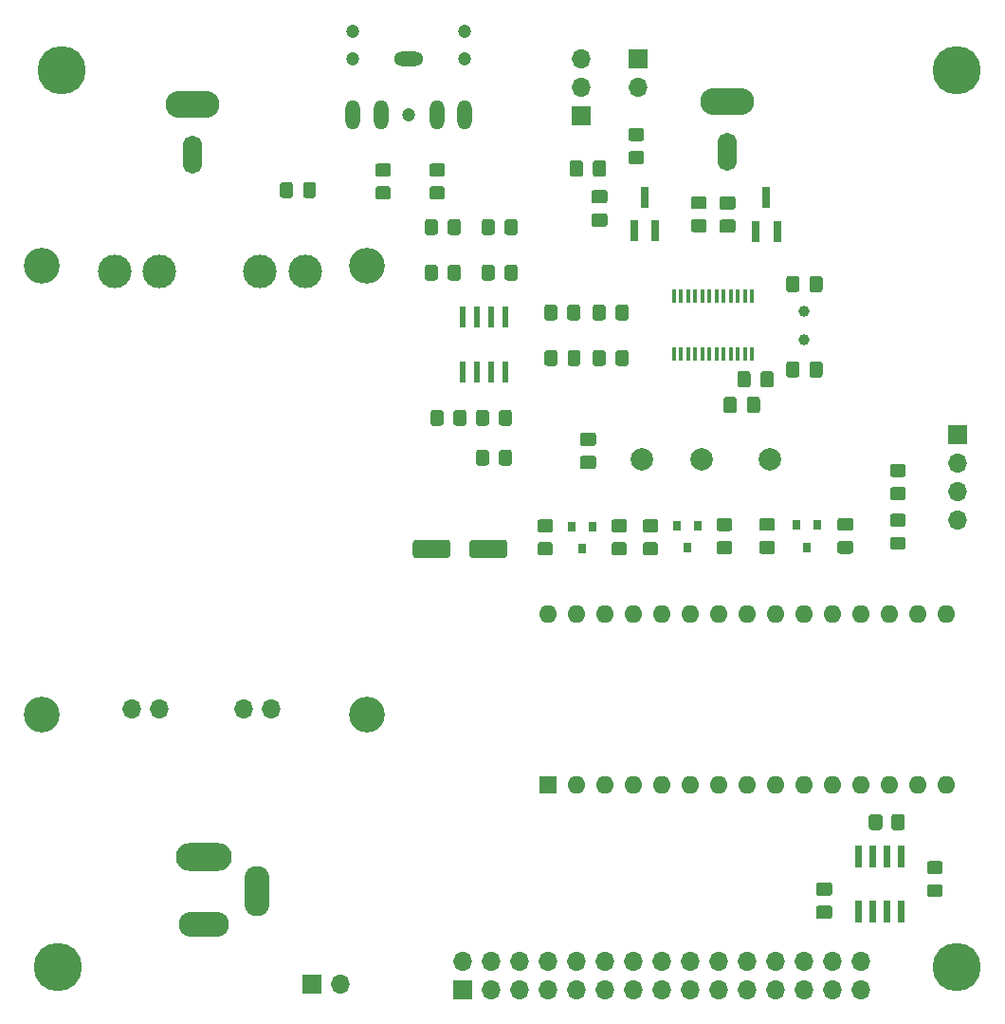
<source format=gbr>
%TF.GenerationSoftware,KiCad,Pcbnew,5.1.5+dfsg1-2build2*%
%TF.CreationDate,2022-03-24T11:55:02-04:00*%
%TF.ProjectId,Arduino controlled radio,41726475-696e-46f2-9063-6f6e74726f6c,rev?*%
%TF.SameCoordinates,Original*%
%TF.FileFunction,Soldermask,Top*%
%TF.FilePolarity,Negative*%
%FSLAX46Y46*%
G04 Gerber Fmt 4.6, Leading zero omitted, Abs format (unit mm)*
G04 Created by KiCad (PCBNEW 5.1.5+dfsg1-2build2) date 2022-03-24 11:55:02*
%MOMM*%
%LPD*%
G04 APERTURE LIST*
%ADD10O,1.700000X1.700000*%
%ADD11R,1.700000X1.700000*%
%ADD12R,0.558800X1.981200*%
%ADD13C,0.100000*%
%ADD14C,3.000000*%
%ADD15C,3.200000*%
%ADD16O,1.600000X1.600000*%
%ADD17R,1.600000X1.600000*%
%ADD18C,4.300000*%
%ADD19C,1.000000*%
%ADD20O,4.800001X2.400000*%
%ADD21O,1.700000X3.400001*%
%ADD22O,2.616000X1.308000*%
%ADD23O,1.308000X2.616000*%
%ADD24C,1.200000*%
%ADD25C,2.000000*%
%ADD26R,0.800000X0.900000*%
%ADD27R,0.800000X1.900000*%
%ADD28O,5.000000X2.500000*%
%ADD29O,4.500000X2.250000*%
%ADD30O,2.250000X4.500000*%
%ADD31R,0.400000X1.200000*%
G04 APERTURE END LIST*
D10*
%TO.C,J2*%
X161544000Y-123698000D03*
X161544000Y-126238000D03*
X159004000Y-123698000D03*
X159004000Y-126238000D03*
X156464000Y-123698000D03*
X156464000Y-126238000D03*
X153924000Y-123698000D03*
X153924000Y-126238000D03*
X151384000Y-123698000D03*
X151384000Y-126238000D03*
X148844000Y-123698000D03*
X148844000Y-126238000D03*
X146304000Y-123698000D03*
X146304000Y-126238000D03*
X143764000Y-123698000D03*
X143764000Y-126238000D03*
X141224000Y-123698000D03*
X141224000Y-126238000D03*
X138684000Y-123698000D03*
X138684000Y-126238000D03*
X136144000Y-123698000D03*
X136144000Y-126238000D03*
X133604000Y-123698000D03*
X133604000Y-126238000D03*
X131064000Y-123698000D03*
X131064000Y-126238000D03*
X128524000Y-123698000D03*
X128524000Y-126238000D03*
X125984000Y-123698000D03*
D11*
X125984000Y-126238000D03*
%TD*%
D12*
%TO.C,U3*%
X129794000Y-71120000D03*
X128524000Y-71120000D03*
X127254000Y-71120000D03*
X125984000Y-71120000D03*
X125984000Y-66192400D03*
X127254000Y-66192400D03*
X128524000Y-66192400D03*
X129794000Y-66192400D03*
%TD*%
D13*
%TO.C,R13*%
G36*
X126079505Y-74485204D02*
G01*
X126103773Y-74488804D01*
X126127572Y-74494765D01*
X126150671Y-74503030D01*
X126172850Y-74513520D01*
X126193893Y-74526132D01*
X126213599Y-74540747D01*
X126231777Y-74557223D01*
X126248253Y-74575401D01*
X126262868Y-74595107D01*
X126275480Y-74616150D01*
X126285970Y-74638329D01*
X126294235Y-74661428D01*
X126300196Y-74685227D01*
X126303796Y-74709495D01*
X126305000Y-74733999D01*
X126305000Y-75634001D01*
X126303796Y-75658505D01*
X126300196Y-75682773D01*
X126294235Y-75706572D01*
X126285970Y-75729671D01*
X126275480Y-75751850D01*
X126262868Y-75772893D01*
X126248253Y-75792599D01*
X126231777Y-75810777D01*
X126213599Y-75827253D01*
X126193893Y-75841868D01*
X126172850Y-75854480D01*
X126150671Y-75864970D01*
X126127572Y-75873235D01*
X126103773Y-75879196D01*
X126079505Y-75882796D01*
X126055001Y-75884000D01*
X125404999Y-75884000D01*
X125380495Y-75882796D01*
X125356227Y-75879196D01*
X125332428Y-75873235D01*
X125309329Y-75864970D01*
X125287150Y-75854480D01*
X125266107Y-75841868D01*
X125246401Y-75827253D01*
X125228223Y-75810777D01*
X125211747Y-75792599D01*
X125197132Y-75772893D01*
X125184520Y-75751850D01*
X125174030Y-75729671D01*
X125165765Y-75706572D01*
X125159804Y-75682773D01*
X125156204Y-75658505D01*
X125155000Y-75634001D01*
X125155000Y-74733999D01*
X125156204Y-74709495D01*
X125159804Y-74685227D01*
X125165765Y-74661428D01*
X125174030Y-74638329D01*
X125184520Y-74616150D01*
X125197132Y-74595107D01*
X125211747Y-74575401D01*
X125228223Y-74557223D01*
X125246401Y-74540747D01*
X125266107Y-74526132D01*
X125287150Y-74513520D01*
X125309329Y-74503030D01*
X125332428Y-74494765D01*
X125356227Y-74488804D01*
X125380495Y-74485204D01*
X125404999Y-74484000D01*
X126055001Y-74484000D01*
X126079505Y-74485204D01*
G37*
G36*
X124029505Y-74485204D02*
G01*
X124053773Y-74488804D01*
X124077572Y-74494765D01*
X124100671Y-74503030D01*
X124122850Y-74513520D01*
X124143893Y-74526132D01*
X124163599Y-74540747D01*
X124181777Y-74557223D01*
X124198253Y-74575401D01*
X124212868Y-74595107D01*
X124225480Y-74616150D01*
X124235970Y-74638329D01*
X124244235Y-74661428D01*
X124250196Y-74685227D01*
X124253796Y-74709495D01*
X124255000Y-74733999D01*
X124255000Y-75634001D01*
X124253796Y-75658505D01*
X124250196Y-75682773D01*
X124244235Y-75706572D01*
X124235970Y-75729671D01*
X124225480Y-75751850D01*
X124212868Y-75772893D01*
X124198253Y-75792599D01*
X124181777Y-75810777D01*
X124163599Y-75827253D01*
X124143893Y-75841868D01*
X124122850Y-75854480D01*
X124100671Y-75864970D01*
X124077572Y-75873235D01*
X124053773Y-75879196D01*
X124029505Y-75882796D01*
X124005001Y-75884000D01*
X123354999Y-75884000D01*
X123330495Y-75882796D01*
X123306227Y-75879196D01*
X123282428Y-75873235D01*
X123259329Y-75864970D01*
X123237150Y-75854480D01*
X123216107Y-75841868D01*
X123196401Y-75827253D01*
X123178223Y-75810777D01*
X123161747Y-75792599D01*
X123147132Y-75772893D01*
X123134520Y-75751850D01*
X123124030Y-75729671D01*
X123115765Y-75706572D01*
X123109804Y-75682773D01*
X123106204Y-75658505D01*
X123105000Y-75634001D01*
X123105000Y-74733999D01*
X123106204Y-74709495D01*
X123109804Y-74685227D01*
X123115765Y-74661428D01*
X123124030Y-74638329D01*
X123134520Y-74616150D01*
X123147132Y-74595107D01*
X123161747Y-74575401D01*
X123178223Y-74557223D01*
X123196401Y-74540747D01*
X123216107Y-74526132D01*
X123237150Y-74513520D01*
X123259329Y-74503030D01*
X123282428Y-74494765D01*
X123306227Y-74488804D01*
X123330495Y-74485204D01*
X123354999Y-74484000D01*
X124005001Y-74484000D01*
X124029505Y-74485204D01*
G37*
%TD*%
%TO.C,C10*%
G36*
X140557505Y-65087204D02*
G01*
X140581773Y-65090804D01*
X140605572Y-65096765D01*
X140628671Y-65105030D01*
X140650850Y-65115520D01*
X140671893Y-65128132D01*
X140691599Y-65142747D01*
X140709777Y-65159223D01*
X140726253Y-65177401D01*
X140740868Y-65197107D01*
X140753480Y-65218150D01*
X140763970Y-65240329D01*
X140772235Y-65263428D01*
X140778196Y-65287227D01*
X140781796Y-65311495D01*
X140783000Y-65335999D01*
X140783000Y-66236001D01*
X140781796Y-66260505D01*
X140778196Y-66284773D01*
X140772235Y-66308572D01*
X140763970Y-66331671D01*
X140753480Y-66353850D01*
X140740868Y-66374893D01*
X140726253Y-66394599D01*
X140709777Y-66412777D01*
X140691599Y-66429253D01*
X140671893Y-66443868D01*
X140650850Y-66456480D01*
X140628671Y-66466970D01*
X140605572Y-66475235D01*
X140581773Y-66481196D01*
X140557505Y-66484796D01*
X140533001Y-66486000D01*
X139882999Y-66486000D01*
X139858495Y-66484796D01*
X139834227Y-66481196D01*
X139810428Y-66475235D01*
X139787329Y-66466970D01*
X139765150Y-66456480D01*
X139744107Y-66443868D01*
X139724401Y-66429253D01*
X139706223Y-66412777D01*
X139689747Y-66394599D01*
X139675132Y-66374893D01*
X139662520Y-66353850D01*
X139652030Y-66331671D01*
X139643765Y-66308572D01*
X139637804Y-66284773D01*
X139634204Y-66260505D01*
X139633000Y-66236001D01*
X139633000Y-65335999D01*
X139634204Y-65311495D01*
X139637804Y-65287227D01*
X139643765Y-65263428D01*
X139652030Y-65240329D01*
X139662520Y-65218150D01*
X139675132Y-65197107D01*
X139689747Y-65177401D01*
X139706223Y-65159223D01*
X139724401Y-65142747D01*
X139744107Y-65128132D01*
X139765150Y-65115520D01*
X139787329Y-65105030D01*
X139810428Y-65096765D01*
X139834227Y-65090804D01*
X139858495Y-65087204D01*
X139882999Y-65086000D01*
X140533001Y-65086000D01*
X140557505Y-65087204D01*
G37*
G36*
X138507505Y-65087204D02*
G01*
X138531773Y-65090804D01*
X138555572Y-65096765D01*
X138578671Y-65105030D01*
X138600850Y-65115520D01*
X138621893Y-65128132D01*
X138641599Y-65142747D01*
X138659777Y-65159223D01*
X138676253Y-65177401D01*
X138690868Y-65197107D01*
X138703480Y-65218150D01*
X138713970Y-65240329D01*
X138722235Y-65263428D01*
X138728196Y-65287227D01*
X138731796Y-65311495D01*
X138733000Y-65335999D01*
X138733000Y-66236001D01*
X138731796Y-66260505D01*
X138728196Y-66284773D01*
X138722235Y-66308572D01*
X138713970Y-66331671D01*
X138703480Y-66353850D01*
X138690868Y-66374893D01*
X138676253Y-66394599D01*
X138659777Y-66412777D01*
X138641599Y-66429253D01*
X138621893Y-66443868D01*
X138600850Y-66456480D01*
X138578671Y-66466970D01*
X138555572Y-66475235D01*
X138531773Y-66481196D01*
X138507505Y-66484796D01*
X138483001Y-66486000D01*
X137832999Y-66486000D01*
X137808495Y-66484796D01*
X137784227Y-66481196D01*
X137760428Y-66475235D01*
X137737329Y-66466970D01*
X137715150Y-66456480D01*
X137694107Y-66443868D01*
X137674401Y-66429253D01*
X137656223Y-66412777D01*
X137639747Y-66394599D01*
X137625132Y-66374893D01*
X137612520Y-66353850D01*
X137602030Y-66331671D01*
X137593765Y-66308572D01*
X137587804Y-66284773D01*
X137584204Y-66260505D01*
X137583000Y-66236001D01*
X137583000Y-65335999D01*
X137584204Y-65311495D01*
X137587804Y-65287227D01*
X137593765Y-65263428D01*
X137602030Y-65240329D01*
X137612520Y-65218150D01*
X137625132Y-65197107D01*
X137639747Y-65177401D01*
X137656223Y-65159223D01*
X137674401Y-65142747D01*
X137694107Y-65128132D01*
X137715150Y-65115520D01*
X137737329Y-65105030D01*
X137760428Y-65096765D01*
X137784227Y-65090804D01*
X137808495Y-65087204D01*
X137832999Y-65086000D01*
X138483001Y-65086000D01*
X138507505Y-65087204D01*
G37*
%TD*%
%TO.C,R12*%
G36*
X134207505Y-69151204D02*
G01*
X134231773Y-69154804D01*
X134255572Y-69160765D01*
X134278671Y-69169030D01*
X134300850Y-69179520D01*
X134321893Y-69192132D01*
X134341599Y-69206747D01*
X134359777Y-69223223D01*
X134376253Y-69241401D01*
X134390868Y-69261107D01*
X134403480Y-69282150D01*
X134413970Y-69304329D01*
X134422235Y-69327428D01*
X134428196Y-69351227D01*
X134431796Y-69375495D01*
X134433000Y-69399999D01*
X134433000Y-70300001D01*
X134431796Y-70324505D01*
X134428196Y-70348773D01*
X134422235Y-70372572D01*
X134413970Y-70395671D01*
X134403480Y-70417850D01*
X134390868Y-70438893D01*
X134376253Y-70458599D01*
X134359777Y-70476777D01*
X134341599Y-70493253D01*
X134321893Y-70507868D01*
X134300850Y-70520480D01*
X134278671Y-70530970D01*
X134255572Y-70539235D01*
X134231773Y-70545196D01*
X134207505Y-70548796D01*
X134183001Y-70550000D01*
X133532999Y-70550000D01*
X133508495Y-70548796D01*
X133484227Y-70545196D01*
X133460428Y-70539235D01*
X133437329Y-70530970D01*
X133415150Y-70520480D01*
X133394107Y-70507868D01*
X133374401Y-70493253D01*
X133356223Y-70476777D01*
X133339747Y-70458599D01*
X133325132Y-70438893D01*
X133312520Y-70417850D01*
X133302030Y-70395671D01*
X133293765Y-70372572D01*
X133287804Y-70348773D01*
X133284204Y-70324505D01*
X133283000Y-70300001D01*
X133283000Y-69399999D01*
X133284204Y-69375495D01*
X133287804Y-69351227D01*
X133293765Y-69327428D01*
X133302030Y-69304329D01*
X133312520Y-69282150D01*
X133325132Y-69261107D01*
X133339747Y-69241401D01*
X133356223Y-69223223D01*
X133374401Y-69206747D01*
X133394107Y-69192132D01*
X133415150Y-69179520D01*
X133437329Y-69169030D01*
X133460428Y-69160765D01*
X133484227Y-69154804D01*
X133508495Y-69151204D01*
X133532999Y-69150000D01*
X134183001Y-69150000D01*
X134207505Y-69151204D01*
G37*
G36*
X136257505Y-69151204D02*
G01*
X136281773Y-69154804D01*
X136305572Y-69160765D01*
X136328671Y-69169030D01*
X136350850Y-69179520D01*
X136371893Y-69192132D01*
X136391599Y-69206747D01*
X136409777Y-69223223D01*
X136426253Y-69241401D01*
X136440868Y-69261107D01*
X136453480Y-69282150D01*
X136463970Y-69304329D01*
X136472235Y-69327428D01*
X136478196Y-69351227D01*
X136481796Y-69375495D01*
X136483000Y-69399999D01*
X136483000Y-70300001D01*
X136481796Y-70324505D01*
X136478196Y-70348773D01*
X136472235Y-70372572D01*
X136463970Y-70395671D01*
X136453480Y-70417850D01*
X136440868Y-70438893D01*
X136426253Y-70458599D01*
X136409777Y-70476777D01*
X136391599Y-70493253D01*
X136371893Y-70507868D01*
X136350850Y-70520480D01*
X136328671Y-70530970D01*
X136305572Y-70539235D01*
X136281773Y-70545196D01*
X136257505Y-70548796D01*
X136233001Y-70550000D01*
X135582999Y-70550000D01*
X135558495Y-70548796D01*
X135534227Y-70545196D01*
X135510428Y-70539235D01*
X135487329Y-70530970D01*
X135465150Y-70520480D01*
X135444107Y-70507868D01*
X135424401Y-70493253D01*
X135406223Y-70476777D01*
X135389747Y-70458599D01*
X135375132Y-70438893D01*
X135362520Y-70417850D01*
X135352030Y-70395671D01*
X135343765Y-70372572D01*
X135337804Y-70348773D01*
X135334204Y-70324505D01*
X135333000Y-70300001D01*
X135333000Y-69399999D01*
X135334204Y-69375495D01*
X135337804Y-69351227D01*
X135343765Y-69327428D01*
X135352030Y-69304329D01*
X135362520Y-69282150D01*
X135375132Y-69261107D01*
X135389747Y-69241401D01*
X135406223Y-69223223D01*
X135424401Y-69206747D01*
X135444107Y-69192132D01*
X135465150Y-69179520D01*
X135487329Y-69169030D01*
X135510428Y-69160765D01*
X135534227Y-69154804D01*
X135558495Y-69151204D01*
X135582999Y-69150000D01*
X136233001Y-69150000D01*
X136257505Y-69151204D01*
G37*
%TD*%
D14*
%TO.C,U4*%
X111896000Y-62148000D03*
X107896000Y-62148000D03*
X98896000Y-62148000D03*
X94896000Y-62148000D03*
D10*
X108896000Y-101148000D03*
X106396000Y-101148000D03*
X98896000Y-101148000D03*
X96396000Y-101148000D03*
D15*
X88396000Y-61648000D03*
X88396000Y-101648000D03*
X117396000Y-61648000D03*
X117396000Y-101648000D03*
%TD*%
D13*
%TO.C,C15*%
G36*
X129704504Y-86069204D02*
G01*
X129728773Y-86072804D01*
X129752571Y-86078765D01*
X129775671Y-86087030D01*
X129797849Y-86097520D01*
X129818893Y-86110133D01*
X129838598Y-86124747D01*
X129856777Y-86141223D01*
X129873253Y-86159402D01*
X129887867Y-86179107D01*
X129900480Y-86200151D01*
X129910970Y-86222329D01*
X129919235Y-86245429D01*
X129925196Y-86269227D01*
X129928796Y-86293496D01*
X129930000Y-86318000D01*
X129930000Y-87418000D01*
X129928796Y-87442504D01*
X129925196Y-87466773D01*
X129919235Y-87490571D01*
X129910970Y-87513671D01*
X129900480Y-87535849D01*
X129887867Y-87556893D01*
X129873253Y-87576598D01*
X129856777Y-87594777D01*
X129838598Y-87611253D01*
X129818893Y-87625867D01*
X129797849Y-87638480D01*
X129775671Y-87648970D01*
X129752571Y-87657235D01*
X129728773Y-87663196D01*
X129704504Y-87666796D01*
X129680000Y-87668000D01*
X126855000Y-87668000D01*
X126830496Y-87666796D01*
X126806227Y-87663196D01*
X126782429Y-87657235D01*
X126759329Y-87648970D01*
X126737151Y-87638480D01*
X126716107Y-87625867D01*
X126696402Y-87611253D01*
X126678223Y-87594777D01*
X126661747Y-87576598D01*
X126647133Y-87556893D01*
X126634520Y-87535849D01*
X126624030Y-87513671D01*
X126615765Y-87490571D01*
X126609804Y-87466773D01*
X126606204Y-87442504D01*
X126605000Y-87418000D01*
X126605000Y-86318000D01*
X126606204Y-86293496D01*
X126609804Y-86269227D01*
X126615765Y-86245429D01*
X126624030Y-86222329D01*
X126634520Y-86200151D01*
X126647133Y-86179107D01*
X126661747Y-86159402D01*
X126678223Y-86141223D01*
X126696402Y-86124747D01*
X126716107Y-86110133D01*
X126737151Y-86097520D01*
X126759329Y-86087030D01*
X126782429Y-86078765D01*
X126806227Y-86072804D01*
X126830496Y-86069204D01*
X126855000Y-86068000D01*
X129680000Y-86068000D01*
X129704504Y-86069204D01*
G37*
G36*
X124629504Y-86069204D02*
G01*
X124653773Y-86072804D01*
X124677571Y-86078765D01*
X124700671Y-86087030D01*
X124722849Y-86097520D01*
X124743893Y-86110133D01*
X124763598Y-86124747D01*
X124781777Y-86141223D01*
X124798253Y-86159402D01*
X124812867Y-86179107D01*
X124825480Y-86200151D01*
X124835970Y-86222329D01*
X124844235Y-86245429D01*
X124850196Y-86269227D01*
X124853796Y-86293496D01*
X124855000Y-86318000D01*
X124855000Y-87418000D01*
X124853796Y-87442504D01*
X124850196Y-87466773D01*
X124844235Y-87490571D01*
X124835970Y-87513671D01*
X124825480Y-87535849D01*
X124812867Y-87556893D01*
X124798253Y-87576598D01*
X124781777Y-87594777D01*
X124763598Y-87611253D01*
X124743893Y-87625867D01*
X124722849Y-87638480D01*
X124700671Y-87648970D01*
X124677571Y-87657235D01*
X124653773Y-87663196D01*
X124629504Y-87666796D01*
X124605000Y-87668000D01*
X121780000Y-87668000D01*
X121755496Y-87666796D01*
X121731227Y-87663196D01*
X121707429Y-87657235D01*
X121684329Y-87648970D01*
X121662151Y-87638480D01*
X121641107Y-87625867D01*
X121621402Y-87611253D01*
X121603223Y-87594777D01*
X121586747Y-87576598D01*
X121572133Y-87556893D01*
X121559520Y-87535849D01*
X121549030Y-87513671D01*
X121540765Y-87490571D01*
X121534804Y-87466773D01*
X121531204Y-87442504D01*
X121530000Y-87418000D01*
X121530000Y-86318000D01*
X121531204Y-86293496D01*
X121534804Y-86269227D01*
X121540765Y-86245429D01*
X121549030Y-86222329D01*
X121559520Y-86200151D01*
X121572133Y-86179107D01*
X121586747Y-86159402D01*
X121603223Y-86141223D01*
X121621402Y-86124747D01*
X121641107Y-86110133D01*
X121662151Y-86097520D01*
X121684329Y-86087030D01*
X121707429Y-86078765D01*
X121731227Y-86072804D01*
X121755496Y-86069204D01*
X121780000Y-86068000D01*
X124605000Y-86068000D01*
X124629504Y-86069204D01*
G37*
%TD*%
%TO.C,C16*%
G36*
X112635505Y-54165204D02*
G01*
X112659773Y-54168804D01*
X112683572Y-54174765D01*
X112706671Y-54183030D01*
X112728850Y-54193520D01*
X112749893Y-54206132D01*
X112769599Y-54220747D01*
X112787777Y-54237223D01*
X112804253Y-54255401D01*
X112818868Y-54275107D01*
X112831480Y-54296150D01*
X112841970Y-54318329D01*
X112850235Y-54341428D01*
X112856196Y-54365227D01*
X112859796Y-54389495D01*
X112861000Y-54413999D01*
X112861000Y-55314001D01*
X112859796Y-55338505D01*
X112856196Y-55362773D01*
X112850235Y-55386572D01*
X112841970Y-55409671D01*
X112831480Y-55431850D01*
X112818868Y-55452893D01*
X112804253Y-55472599D01*
X112787777Y-55490777D01*
X112769599Y-55507253D01*
X112749893Y-55521868D01*
X112728850Y-55534480D01*
X112706671Y-55544970D01*
X112683572Y-55553235D01*
X112659773Y-55559196D01*
X112635505Y-55562796D01*
X112611001Y-55564000D01*
X111960999Y-55564000D01*
X111936495Y-55562796D01*
X111912227Y-55559196D01*
X111888428Y-55553235D01*
X111865329Y-55544970D01*
X111843150Y-55534480D01*
X111822107Y-55521868D01*
X111802401Y-55507253D01*
X111784223Y-55490777D01*
X111767747Y-55472599D01*
X111753132Y-55452893D01*
X111740520Y-55431850D01*
X111730030Y-55409671D01*
X111721765Y-55386572D01*
X111715804Y-55362773D01*
X111712204Y-55338505D01*
X111711000Y-55314001D01*
X111711000Y-54413999D01*
X111712204Y-54389495D01*
X111715804Y-54365227D01*
X111721765Y-54341428D01*
X111730030Y-54318329D01*
X111740520Y-54296150D01*
X111753132Y-54275107D01*
X111767747Y-54255401D01*
X111784223Y-54237223D01*
X111802401Y-54220747D01*
X111822107Y-54206132D01*
X111843150Y-54193520D01*
X111865329Y-54183030D01*
X111888428Y-54174765D01*
X111912227Y-54168804D01*
X111936495Y-54165204D01*
X111960999Y-54164000D01*
X112611001Y-54164000D01*
X112635505Y-54165204D01*
G37*
G36*
X110585505Y-54165204D02*
G01*
X110609773Y-54168804D01*
X110633572Y-54174765D01*
X110656671Y-54183030D01*
X110678850Y-54193520D01*
X110699893Y-54206132D01*
X110719599Y-54220747D01*
X110737777Y-54237223D01*
X110754253Y-54255401D01*
X110768868Y-54275107D01*
X110781480Y-54296150D01*
X110791970Y-54318329D01*
X110800235Y-54341428D01*
X110806196Y-54365227D01*
X110809796Y-54389495D01*
X110811000Y-54413999D01*
X110811000Y-55314001D01*
X110809796Y-55338505D01*
X110806196Y-55362773D01*
X110800235Y-55386572D01*
X110791970Y-55409671D01*
X110781480Y-55431850D01*
X110768868Y-55452893D01*
X110754253Y-55472599D01*
X110737777Y-55490777D01*
X110719599Y-55507253D01*
X110699893Y-55521868D01*
X110678850Y-55534480D01*
X110656671Y-55544970D01*
X110633572Y-55553235D01*
X110609773Y-55559196D01*
X110585505Y-55562796D01*
X110561001Y-55564000D01*
X109910999Y-55564000D01*
X109886495Y-55562796D01*
X109862227Y-55559196D01*
X109838428Y-55553235D01*
X109815329Y-55544970D01*
X109793150Y-55534480D01*
X109772107Y-55521868D01*
X109752401Y-55507253D01*
X109734223Y-55490777D01*
X109717747Y-55472599D01*
X109703132Y-55452893D01*
X109690520Y-55431850D01*
X109680030Y-55409671D01*
X109671765Y-55386572D01*
X109665804Y-55362773D01*
X109662204Y-55338505D01*
X109661000Y-55314001D01*
X109661000Y-54413999D01*
X109662204Y-54389495D01*
X109665804Y-54365227D01*
X109671765Y-54341428D01*
X109680030Y-54318329D01*
X109690520Y-54296150D01*
X109703132Y-54275107D01*
X109717747Y-54255401D01*
X109734223Y-54237223D01*
X109752401Y-54220747D01*
X109772107Y-54206132D01*
X109793150Y-54193520D01*
X109815329Y-54183030D01*
X109838428Y-54174765D01*
X109862227Y-54168804D01*
X109886495Y-54165204D01*
X109910999Y-54164000D01*
X110561001Y-54164000D01*
X110585505Y-54165204D01*
G37*
%TD*%
%TO.C,C7*%
G36*
X138675504Y-56944704D02*
G01*
X138699773Y-56948304D01*
X138723571Y-56954265D01*
X138746671Y-56962530D01*
X138768849Y-56973020D01*
X138789893Y-56985633D01*
X138809598Y-57000247D01*
X138827777Y-57016723D01*
X138844253Y-57034902D01*
X138858867Y-57054607D01*
X138871480Y-57075651D01*
X138881970Y-57097829D01*
X138890235Y-57120929D01*
X138896196Y-57144727D01*
X138899796Y-57168996D01*
X138901000Y-57193500D01*
X138901000Y-57868500D01*
X138899796Y-57893004D01*
X138896196Y-57917273D01*
X138890235Y-57941071D01*
X138881970Y-57964171D01*
X138871480Y-57986349D01*
X138858867Y-58007393D01*
X138844253Y-58027098D01*
X138827777Y-58045277D01*
X138809598Y-58061753D01*
X138789893Y-58076367D01*
X138768849Y-58088980D01*
X138746671Y-58099470D01*
X138723571Y-58107735D01*
X138699773Y-58113696D01*
X138675504Y-58117296D01*
X138651000Y-58118500D01*
X137701000Y-58118500D01*
X137676496Y-58117296D01*
X137652227Y-58113696D01*
X137628429Y-58107735D01*
X137605329Y-58099470D01*
X137583151Y-58088980D01*
X137562107Y-58076367D01*
X137542402Y-58061753D01*
X137524223Y-58045277D01*
X137507747Y-58027098D01*
X137493133Y-58007393D01*
X137480520Y-57986349D01*
X137470030Y-57964171D01*
X137461765Y-57941071D01*
X137455804Y-57917273D01*
X137452204Y-57893004D01*
X137451000Y-57868500D01*
X137451000Y-57193500D01*
X137452204Y-57168996D01*
X137455804Y-57144727D01*
X137461765Y-57120929D01*
X137470030Y-57097829D01*
X137480520Y-57075651D01*
X137493133Y-57054607D01*
X137507747Y-57034902D01*
X137524223Y-57016723D01*
X137542402Y-57000247D01*
X137562107Y-56985633D01*
X137583151Y-56973020D01*
X137605329Y-56962530D01*
X137628429Y-56954265D01*
X137652227Y-56948304D01*
X137676496Y-56944704D01*
X137701000Y-56943500D01*
X138651000Y-56943500D01*
X138675504Y-56944704D01*
G37*
G36*
X138675504Y-54869704D02*
G01*
X138699773Y-54873304D01*
X138723571Y-54879265D01*
X138746671Y-54887530D01*
X138768849Y-54898020D01*
X138789893Y-54910633D01*
X138809598Y-54925247D01*
X138827777Y-54941723D01*
X138844253Y-54959902D01*
X138858867Y-54979607D01*
X138871480Y-55000651D01*
X138881970Y-55022829D01*
X138890235Y-55045929D01*
X138896196Y-55069727D01*
X138899796Y-55093996D01*
X138901000Y-55118500D01*
X138901000Y-55793500D01*
X138899796Y-55818004D01*
X138896196Y-55842273D01*
X138890235Y-55866071D01*
X138881970Y-55889171D01*
X138871480Y-55911349D01*
X138858867Y-55932393D01*
X138844253Y-55952098D01*
X138827777Y-55970277D01*
X138809598Y-55986753D01*
X138789893Y-56001367D01*
X138768849Y-56013980D01*
X138746671Y-56024470D01*
X138723571Y-56032735D01*
X138699773Y-56038696D01*
X138675504Y-56042296D01*
X138651000Y-56043500D01*
X137701000Y-56043500D01*
X137676496Y-56042296D01*
X137652227Y-56038696D01*
X137628429Y-56032735D01*
X137605329Y-56024470D01*
X137583151Y-56013980D01*
X137562107Y-56001367D01*
X137542402Y-55986753D01*
X137524223Y-55970277D01*
X137507747Y-55952098D01*
X137493133Y-55932393D01*
X137480520Y-55911349D01*
X137470030Y-55889171D01*
X137461765Y-55866071D01*
X137455804Y-55842273D01*
X137452204Y-55818004D01*
X137451000Y-55793500D01*
X137451000Y-55118500D01*
X137452204Y-55093996D01*
X137455804Y-55069727D01*
X137461765Y-55045929D01*
X137470030Y-55022829D01*
X137480520Y-55000651D01*
X137493133Y-54979607D01*
X137507747Y-54959902D01*
X137524223Y-54941723D01*
X137542402Y-54925247D01*
X137562107Y-54910633D01*
X137583151Y-54898020D01*
X137605329Y-54887530D01*
X137628429Y-54879265D01*
X137652227Y-54873304D01*
X137676496Y-54869704D01*
X137701000Y-54868500D01*
X138651000Y-54868500D01*
X138675504Y-54869704D01*
G37*
%TD*%
D16*
%TO.C,A1*%
X169164000Y-92710000D03*
X169164000Y-107950000D03*
X133604000Y-92710000D03*
X166624000Y-107950000D03*
X136144000Y-92710000D03*
X164084000Y-107950000D03*
X138684000Y-92710000D03*
X161544000Y-107950000D03*
X141224000Y-92710000D03*
X159004000Y-107950000D03*
X143764000Y-92710000D03*
X156464000Y-107950000D03*
X146304000Y-92710000D03*
X153924000Y-107950000D03*
X148844000Y-92710000D03*
X151384000Y-107950000D03*
X151384000Y-92710000D03*
X148844000Y-107950000D03*
X153924000Y-92710000D03*
X146304000Y-107950000D03*
X156464000Y-92710000D03*
X143764000Y-107950000D03*
X159004000Y-92710000D03*
X141224000Y-107950000D03*
X161544000Y-92710000D03*
X138684000Y-107950000D03*
X164084000Y-92710000D03*
X136144000Y-107950000D03*
X166624000Y-92710000D03*
D17*
X133604000Y-107950000D03*
%TD*%
D13*
%TO.C,R2*%
G36*
X168622505Y-116783204D02*
G01*
X168646773Y-116786804D01*
X168670572Y-116792765D01*
X168693671Y-116801030D01*
X168715850Y-116811520D01*
X168736893Y-116824132D01*
X168756599Y-116838747D01*
X168774777Y-116855223D01*
X168791253Y-116873401D01*
X168805868Y-116893107D01*
X168818480Y-116914150D01*
X168828970Y-116936329D01*
X168837235Y-116959428D01*
X168843196Y-116983227D01*
X168846796Y-117007495D01*
X168848000Y-117031999D01*
X168848000Y-117682001D01*
X168846796Y-117706505D01*
X168843196Y-117730773D01*
X168837235Y-117754572D01*
X168828970Y-117777671D01*
X168818480Y-117799850D01*
X168805868Y-117820893D01*
X168791253Y-117840599D01*
X168774777Y-117858777D01*
X168756599Y-117875253D01*
X168736893Y-117889868D01*
X168715850Y-117902480D01*
X168693671Y-117912970D01*
X168670572Y-117921235D01*
X168646773Y-117927196D01*
X168622505Y-117930796D01*
X168598001Y-117932000D01*
X167697999Y-117932000D01*
X167673495Y-117930796D01*
X167649227Y-117927196D01*
X167625428Y-117921235D01*
X167602329Y-117912970D01*
X167580150Y-117902480D01*
X167559107Y-117889868D01*
X167539401Y-117875253D01*
X167521223Y-117858777D01*
X167504747Y-117840599D01*
X167490132Y-117820893D01*
X167477520Y-117799850D01*
X167467030Y-117777671D01*
X167458765Y-117754572D01*
X167452804Y-117730773D01*
X167449204Y-117706505D01*
X167448000Y-117682001D01*
X167448000Y-117031999D01*
X167449204Y-117007495D01*
X167452804Y-116983227D01*
X167458765Y-116959428D01*
X167467030Y-116936329D01*
X167477520Y-116914150D01*
X167490132Y-116893107D01*
X167504747Y-116873401D01*
X167521223Y-116855223D01*
X167539401Y-116838747D01*
X167559107Y-116824132D01*
X167580150Y-116811520D01*
X167602329Y-116801030D01*
X167625428Y-116792765D01*
X167649227Y-116786804D01*
X167673495Y-116783204D01*
X167697999Y-116782000D01*
X168598001Y-116782000D01*
X168622505Y-116783204D01*
G37*
G36*
X168622505Y-114733204D02*
G01*
X168646773Y-114736804D01*
X168670572Y-114742765D01*
X168693671Y-114751030D01*
X168715850Y-114761520D01*
X168736893Y-114774132D01*
X168756599Y-114788747D01*
X168774777Y-114805223D01*
X168791253Y-114823401D01*
X168805868Y-114843107D01*
X168818480Y-114864150D01*
X168828970Y-114886329D01*
X168837235Y-114909428D01*
X168843196Y-114933227D01*
X168846796Y-114957495D01*
X168848000Y-114981999D01*
X168848000Y-115632001D01*
X168846796Y-115656505D01*
X168843196Y-115680773D01*
X168837235Y-115704572D01*
X168828970Y-115727671D01*
X168818480Y-115749850D01*
X168805868Y-115770893D01*
X168791253Y-115790599D01*
X168774777Y-115808777D01*
X168756599Y-115825253D01*
X168736893Y-115839868D01*
X168715850Y-115852480D01*
X168693671Y-115862970D01*
X168670572Y-115871235D01*
X168646773Y-115877196D01*
X168622505Y-115880796D01*
X168598001Y-115882000D01*
X167697999Y-115882000D01*
X167673495Y-115880796D01*
X167649227Y-115877196D01*
X167625428Y-115871235D01*
X167602329Y-115862970D01*
X167580150Y-115852480D01*
X167559107Y-115839868D01*
X167539401Y-115825253D01*
X167521223Y-115808777D01*
X167504747Y-115790599D01*
X167490132Y-115770893D01*
X167477520Y-115749850D01*
X167467030Y-115727671D01*
X167458765Y-115704572D01*
X167452804Y-115680773D01*
X167449204Y-115656505D01*
X167448000Y-115632001D01*
X167448000Y-114981999D01*
X167449204Y-114957495D01*
X167452804Y-114933227D01*
X167458765Y-114909428D01*
X167467030Y-114886329D01*
X167477520Y-114864150D01*
X167490132Y-114843107D01*
X167504747Y-114823401D01*
X167521223Y-114805223D01*
X167539401Y-114788747D01*
X167559107Y-114774132D01*
X167580150Y-114761520D01*
X167602329Y-114751030D01*
X167625428Y-114742765D01*
X167649227Y-114736804D01*
X167673495Y-114733204D01*
X167697999Y-114732000D01*
X168598001Y-114732000D01*
X168622505Y-114733204D01*
G37*
%TD*%
D18*
%TO.C,REF\002A\002A*%
X90120000Y-44175000D03*
%TD*%
%TO.C,REF\002A\002A*%
X170120000Y-44175000D03*
%TD*%
%TO.C,REF\002A\002A*%
X170120000Y-124175000D03*
%TD*%
%TO.C,REF\002A\002A*%
X89820000Y-124175000D03*
%TD*%
D13*
%TO.C,C14*%
G36*
X130143505Y-78041204D02*
G01*
X130167773Y-78044804D01*
X130191572Y-78050765D01*
X130214671Y-78059030D01*
X130236850Y-78069520D01*
X130257893Y-78082132D01*
X130277599Y-78096747D01*
X130295777Y-78113223D01*
X130312253Y-78131401D01*
X130326868Y-78151107D01*
X130339480Y-78172150D01*
X130349970Y-78194329D01*
X130358235Y-78217428D01*
X130364196Y-78241227D01*
X130367796Y-78265495D01*
X130369000Y-78289999D01*
X130369000Y-79190001D01*
X130367796Y-79214505D01*
X130364196Y-79238773D01*
X130358235Y-79262572D01*
X130349970Y-79285671D01*
X130339480Y-79307850D01*
X130326868Y-79328893D01*
X130312253Y-79348599D01*
X130295777Y-79366777D01*
X130277599Y-79383253D01*
X130257893Y-79397868D01*
X130236850Y-79410480D01*
X130214671Y-79420970D01*
X130191572Y-79429235D01*
X130167773Y-79435196D01*
X130143505Y-79438796D01*
X130119001Y-79440000D01*
X129468999Y-79440000D01*
X129444495Y-79438796D01*
X129420227Y-79435196D01*
X129396428Y-79429235D01*
X129373329Y-79420970D01*
X129351150Y-79410480D01*
X129330107Y-79397868D01*
X129310401Y-79383253D01*
X129292223Y-79366777D01*
X129275747Y-79348599D01*
X129261132Y-79328893D01*
X129248520Y-79307850D01*
X129238030Y-79285671D01*
X129229765Y-79262572D01*
X129223804Y-79238773D01*
X129220204Y-79214505D01*
X129219000Y-79190001D01*
X129219000Y-78289999D01*
X129220204Y-78265495D01*
X129223804Y-78241227D01*
X129229765Y-78217428D01*
X129238030Y-78194329D01*
X129248520Y-78172150D01*
X129261132Y-78151107D01*
X129275747Y-78131401D01*
X129292223Y-78113223D01*
X129310401Y-78096747D01*
X129330107Y-78082132D01*
X129351150Y-78069520D01*
X129373329Y-78059030D01*
X129396428Y-78050765D01*
X129420227Y-78044804D01*
X129444495Y-78041204D01*
X129468999Y-78040000D01*
X130119001Y-78040000D01*
X130143505Y-78041204D01*
G37*
G36*
X128093505Y-78041204D02*
G01*
X128117773Y-78044804D01*
X128141572Y-78050765D01*
X128164671Y-78059030D01*
X128186850Y-78069520D01*
X128207893Y-78082132D01*
X128227599Y-78096747D01*
X128245777Y-78113223D01*
X128262253Y-78131401D01*
X128276868Y-78151107D01*
X128289480Y-78172150D01*
X128299970Y-78194329D01*
X128308235Y-78217428D01*
X128314196Y-78241227D01*
X128317796Y-78265495D01*
X128319000Y-78289999D01*
X128319000Y-79190001D01*
X128317796Y-79214505D01*
X128314196Y-79238773D01*
X128308235Y-79262572D01*
X128299970Y-79285671D01*
X128289480Y-79307850D01*
X128276868Y-79328893D01*
X128262253Y-79348599D01*
X128245777Y-79366777D01*
X128227599Y-79383253D01*
X128207893Y-79397868D01*
X128186850Y-79410480D01*
X128164671Y-79420970D01*
X128141572Y-79429235D01*
X128117773Y-79435196D01*
X128093505Y-79438796D01*
X128069001Y-79440000D01*
X127418999Y-79440000D01*
X127394495Y-79438796D01*
X127370227Y-79435196D01*
X127346428Y-79429235D01*
X127323329Y-79420970D01*
X127301150Y-79410480D01*
X127280107Y-79397868D01*
X127260401Y-79383253D01*
X127242223Y-79366777D01*
X127225747Y-79348599D01*
X127211132Y-79328893D01*
X127198520Y-79307850D01*
X127188030Y-79285671D01*
X127179765Y-79262572D01*
X127173804Y-79238773D01*
X127170204Y-79214505D01*
X127169000Y-79190001D01*
X127169000Y-78289999D01*
X127170204Y-78265495D01*
X127173804Y-78241227D01*
X127179765Y-78217428D01*
X127188030Y-78194329D01*
X127198520Y-78172150D01*
X127211132Y-78151107D01*
X127225747Y-78131401D01*
X127242223Y-78113223D01*
X127260401Y-78096747D01*
X127280107Y-78082132D01*
X127301150Y-78069520D01*
X127323329Y-78059030D01*
X127346428Y-78050765D01*
X127370227Y-78044804D01*
X127394495Y-78041204D01*
X127418999Y-78040000D01*
X128069001Y-78040000D01*
X128093505Y-78041204D01*
G37*
%TD*%
%TO.C,C13*%
G36*
X130651505Y-57467204D02*
G01*
X130675773Y-57470804D01*
X130699572Y-57476765D01*
X130722671Y-57485030D01*
X130744850Y-57495520D01*
X130765893Y-57508132D01*
X130785599Y-57522747D01*
X130803777Y-57539223D01*
X130820253Y-57557401D01*
X130834868Y-57577107D01*
X130847480Y-57598150D01*
X130857970Y-57620329D01*
X130866235Y-57643428D01*
X130872196Y-57667227D01*
X130875796Y-57691495D01*
X130877000Y-57715999D01*
X130877000Y-58616001D01*
X130875796Y-58640505D01*
X130872196Y-58664773D01*
X130866235Y-58688572D01*
X130857970Y-58711671D01*
X130847480Y-58733850D01*
X130834868Y-58754893D01*
X130820253Y-58774599D01*
X130803777Y-58792777D01*
X130785599Y-58809253D01*
X130765893Y-58823868D01*
X130744850Y-58836480D01*
X130722671Y-58846970D01*
X130699572Y-58855235D01*
X130675773Y-58861196D01*
X130651505Y-58864796D01*
X130627001Y-58866000D01*
X129976999Y-58866000D01*
X129952495Y-58864796D01*
X129928227Y-58861196D01*
X129904428Y-58855235D01*
X129881329Y-58846970D01*
X129859150Y-58836480D01*
X129838107Y-58823868D01*
X129818401Y-58809253D01*
X129800223Y-58792777D01*
X129783747Y-58774599D01*
X129769132Y-58754893D01*
X129756520Y-58733850D01*
X129746030Y-58711671D01*
X129737765Y-58688572D01*
X129731804Y-58664773D01*
X129728204Y-58640505D01*
X129727000Y-58616001D01*
X129727000Y-57715999D01*
X129728204Y-57691495D01*
X129731804Y-57667227D01*
X129737765Y-57643428D01*
X129746030Y-57620329D01*
X129756520Y-57598150D01*
X129769132Y-57577107D01*
X129783747Y-57557401D01*
X129800223Y-57539223D01*
X129818401Y-57522747D01*
X129838107Y-57508132D01*
X129859150Y-57495520D01*
X129881329Y-57485030D01*
X129904428Y-57476765D01*
X129928227Y-57470804D01*
X129952495Y-57467204D01*
X129976999Y-57466000D01*
X130627001Y-57466000D01*
X130651505Y-57467204D01*
G37*
G36*
X128601505Y-57467204D02*
G01*
X128625773Y-57470804D01*
X128649572Y-57476765D01*
X128672671Y-57485030D01*
X128694850Y-57495520D01*
X128715893Y-57508132D01*
X128735599Y-57522747D01*
X128753777Y-57539223D01*
X128770253Y-57557401D01*
X128784868Y-57577107D01*
X128797480Y-57598150D01*
X128807970Y-57620329D01*
X128816235Y-57643428D01*
X128822196Y-57667227D01*
X128825796Y-57691495D01*
X128827000Y-57715999D01*
X128827000Y-58616001D01*
X128825796Y-58640505D01*
X128822196Y-58664773D01*
X128816235Y-58688572D01*
X128807970Y-58711671D01*
X128797480Y-58733850D01*
X128784868Y-58754893D01*
X128770253Y-58774599D01*
X128753777Y-58792777D01*
X128735599Y-58809253D01*
X128715893Y-58823868D01*
X128694850Y-58836480D01*
X128672671Y-58846970D01*
X128649572Y-58855235D01*
X128625773Y-58861196D01*
X128601505Y-58864796D01*
X128577001Y-58866000D01*
X127926999Y-58866000D01*
X127902495Y-58864796D01*
X127878227Y-58861196D01*
X127854428Y-58855235D01*
X127831329Y-58846970D01*
X127809150Y-58836480D01*
X127788107Y-58823868D01*
X127768401Y-58809253D01*
X127750223Y-58792777D01*
X127733747Y-58774599D01*
X127719132Y-58754893D01*
X127706520Y-58733850D01*
X127696030Y-58711671D01*
X127687765Y-58688572D01*
X127681804Y-58664773D01*
X127678204Y-58640505D01*
X127677000Y-58616001D01*
X127677000Y-57715999D01*
X127678204Y-57691495D01*
X127681804Y-57667227D01*
X127687765Y-57643428D01*
X127696030Y-57620329D01*
X127706520Y-57598150D01*
X127719132Y-57577107D01*
X127733747Y-57557401D01*
X127750223Y-57539223D01*
X127768401Y-57522747D01*
X127788107Y-57508132D01*
X127809150Y-57495520D01*
X127831329Y-57485030D01*
X127854428Y-57476765D01*
X127878227Y-57470804D01*
X127902495Y-57467204D01*
X127926999Y-57466000D01*
X128577001Y-57466000D01*
X128601505Y-57467204D01*
G37*
%TD*%
%TO.C,C3*%
G36*
X157885004Y-70142204D02*
G01*
X157909273Y-70145804D01*
X157933071Y-70151765D01*
X157956171Y-70160030D01*
X157978349Y-70170520D01*
X157999393Y-70183133D01*
X158019098Y-70197747D01*
X158037277Y-70214223D01*
X158053753Y-70232402D01*
X158068367Y-70252107D01*
X158080980Y-70273151D01*
X158091470Y-70295329D01*
X158099735Y-70318429D01*
X158105696Y-70342227D01*
X158109296Y-70366496D01*
X158110500Y-70391000D01*
X158110500Y-71341000D01*
X158109296Y-71365504D01*
X158105696Y-71389773D01*
X158099735Y-71413571D01*
X158091470Y-71436671D01*
X158080980Y-71458849D01*
X158068367Y-71479893D01*
X158053753Y-71499598D01*
X158037277Y-71517777D01*
X158019098Y-71534253D01*
X157999393Y-71548867D01*
X157978349Y-71561480D01*
X157956171Y-71571970D01*
X157933071Y-71580235D01*
X157909273Y-71586196D01*
X157885004Y-71589796D01*
X157860500Y-71591000D01*
X157185500Y-71591000D01*
X157160996Y-71589796D01*
X157136727Y-71586196D01*
X157112929Y-71580235D01*
X157089829Y-71571970D01*
X157067651Y-71561480D01*
X157046607Y-71548867D01*
X157026902Y-71534253D01*
X157008723Y-71517777D01*
X156992247Y-71499598D01*
X156977633Y-71479893D01*
X156965020Y-71458849D01*
X156954530Y-71436671D01*
X156946265Y-71413571D01*
X156940304Y-71389773D01*
X156936704Y-71365504D01*
X156935500Y-71341000D01*
X156935500Y-70391000D01*
X156936704Y-70366496D01*
X156940304Y-70342227D01*
X156946265Y-70318429D01*
X156954530Y-70295329D01*
X156965020Y-70273151D01*
X156977633Y-70252107D01*
X156992247Y-70232402D01*
X157008723Y-70214223D01*
X157026902Y-70197747D01*
X157046607Y-70183133D01*
X157067651Y-70170520D01*
X157089829Y-70160030D01*
X157112929Y-70151765D01*
X157136727Y-70145804D01*
X157160996Y-70142204D01*
X157185500Y-70141000D01*
X157860500Y-70141000D01*
X157885004Y-70142204D01*
G37*
G36*
X155810004Y-70142204D02*
G01*
X155834273Y-70145804D01*
X155858071Y-70151765D01*
X155881171Y-70160030D01*
X155903349Y-70170520D01*
X155924393Y-70183133D01*
X155944098Y-70197747D01*
X155962277Y-70214223D01*
X155978753Y-70232402D01*
X155993367Y-70252107D01*
X156005980Y-70273151D01*
X156016470Y-70295329D01*
X156024735Y-70318429D01*
X156030696Y-70342227D01*
X156034296Y-70366496D01*
X156035500Y-70391000D01*
X156035500Y-71341000D01*
X156034296Y-71365504D01*
X156030696Y-71389773D01*
X156024735Y-71413571D01*
X156016470Y-71436671D01*
X156005980Y-71458849D01*
X155993367Y-71479893D01*
X155978753Y-71499598D01*
X155962277Y-71517777D01*
X155944098Y-71534253D01*
X155924393Y-71548867D01*
X155903349Y-71561480D01*
X155881171Y-71571970D01*
X155858071Y-71580235D01*
X155834273Y-71586196D01*
X155810004Y-71589796D01*
X155785500Y-71591000D01*
X155110500Y-71591000D01*
X155085996Y-71589796D01*
X155061727Y-71586196D01*
X155037929Y-71580235D01*
X155014829Y-71571970D01*
X154992651Y-71561480D01*
X154971607Y-71548867D01*
X154951902Y-71534253D01*
X154933723Y-71517777D01*
X154917247Y-71499598D01*
X154902633Y-71479893D01*
X154890020Y-71458849D01*
X154879530Y-71436671D01*
X154871265Y-71413571D01*
X154865304Y-71389773D01*
X154861704Y-71365504D01*
X154860500Y-71341000D01*
X154860500Y-70391000D01*
X154861704Y-70366496D01*
X154865304Y-70342227D01*
X154871265Y-70318429D01*
X154879530Y-70295329D01*
X154890020Y-70273151D01*
X154902633Y-70252107D01*
X154917247Y-70232402D01*
X154933723Y-70214223D01*
X154951902Y-70197747D01*
X154971607Y-70183133D01*
X154992651Y-70170520D01*
X155014829Y-70160030D01*
X155037929Y-70151765D01*
X155061727Y-70145804D01*
X155085996Y-70142204D01*
X155110500Y-70141000D01*
X155785500Y-70141000D01*
X155810004Y-70142204D01*
G37*
%TD*%
D19*
%TO.C,Y1*%
X156464000Y-65659000D03*
X156464000Y-68199000D03*
%TD*%
D13*
%TO.C,R18*%
G36*
X119346505Y-54544204D02*
G01*
X119370773Y-54547804D01*
X119394572Y-54553765D01*
X119417671Y-54562030D01*
X119439850Y-54572520D01*
X119460893Y-54585132D01*
X119480599Y-54599747D01*
X119498777Y-54616223D01*
X119515253Y-54634401D01*
X119529868Y-54654107D01*
X119542480Y-54675150D01*
X119552970Y-54697329D01*
X119561235Y-54720428D01*
X119567196Y-54744227D01*
X119570796Y-54768495D01*
X119572000Y-54792999D01*
X119572000Y-55443001D01*
X119570796Y-55467505D01*
X119567196Y-55491773D01*
X119561235Y-55515572D01*
X119552970Y-55538671D01*
X119542480Y-55560850D01*
X119529868Y-55581893D01*
X119515253Y-55601599D01*
X119498777Y-55619777D01*
X119480599Y-55636253D01*
X119460893Y-55650868D01*
X119439850Y-55663480D01*
X119417671Y-55673970D01*
X119394572Y-55682235D01*
X119370773Y-55688196D01*
X119346505Y-55691796D01*
X119322001Y-55693000D01*
X118421999Y-55693000D01*
X118397495Y-55691796D01*
X118373227Y-55688196D01*
X118349428Y-55682235D01*
X118326329Y-55673970D01*
X118304150Y-55663480D01*
X118283107Y-55650868D01*
X118263401Y-55636253D01*
X118245223Y-55619777D01*
X118228747Y-55601599D01*
X118214132Y-55581893D01*
X118201520Y-55560850D01*
X118191030Y-55538671D01*
X118182765Y-55515572D01*
X118176804Y-55491773D01*
X118173204Y-55467505D01*
X118172000Y-55443001D01*
X118172000Y-54792999D01*
X118173204Y-54768495D01*
X118176804Y-54744227D01*
X118182765Y-54720428D01*
X118191030Y-54697329D01*
X118201520Y-54675150D01*
X118214132Y-54654107D01*
X118228747Y-54634401D01*
X118245223Y-54616223D01*
X118263401Y-54599747D01*
X118283107Y-54585132D01*
X118304150Y-54572520D01*
X118326329Y-54562030D01*
X118349428Y-54553765D01*
X118373227Y-54547804D01*
X118397495Y-54544204D01*
X118421999Y-54543000D01*
X119322001Y-54543000D01*
X119346505Y-54544204D01*
G37*
G36*
X119346505Y-52494204D02*
G01*
X119370773Y-52497804D01*
X119394572Y-52503765D01*
X119417671Y-52512030D01*
X119439850Y-52522520D01*
X119460893Y-52535132D01*
X119480599Y-52549747D01*
X119498777Y-52566223D01*
X119515253Y-52584401D01*
X119529868Y-52604107D01*
X119542480Y-52625150D01*
X119552970Y-52647329D01*
X119561235Y-52670428D01*
X119567196Y-52694227D01*
X119570796Y-52718495D01*
X119572000Y-52742999D01*
X119572000Y-53393001D01*
X119570796Y-53417505D01*
X119567196Y-53441773D01*
X119561235Y-53465572D01*
X119552970Y-53488671D01*
X119542480Y-53510850D01*
X119529868Y-53531893D01*
X119515253Y-53551599D01*
X119498777Y-53569777D01*
X119480599Y-53586253D01*
X119460893Y-53600868D01*
X119439850Y-53613480D01*
X119417671Y-53623970D01*
X119394572Y-53632235D01*
X119370773Y-53638196D01*
X119346505Y-53641796D01*
X119322001Y-53643000D01*
X118421999Y-53643000D01*
X118397495Y-53641796D01*
X118373227Y-53638196D01*
X118349428Y-53632235D01*
X118326329Y-53623970D01*
X118304150Y-53613480D01*
X118283107Y-53600868D01*
X118263401Y-53586253D01*
X118245223Y-53569777D01*
X118228747Y-53551599D01*
X118214132Y-53531893D01*
X118201520Y-53510850D01*
X118191030Y-53488671D01*
X118182765Y-53465572D01*
X118176804Y-53441773D01*
X118173204Y-53417505D01*
X118172000Y-53393001D01*
X118172000Y-52742999D01*
X118173204Y-52718495D01*
X118176804Y-52694227D01*
X118182765Y-52670428D01*
X118191030Y-52647329D01*
X118201520Y-52625150D01*
X118214132Y-52604107D01*
X118228747Y-52584401D01*
X118245223Y-52566223D01*
X118263401Y-52549747D01*
X118283107Y-52535132D01*
X118304150Y-52522520D01*
X118326329Y-52512030D01*
X118349428Y-52503765D01*
X118373227Y-52497804D01*
X118397495Y-52494204D01*
X118421999Y-52493000D01*
X119322001Y-52493000D01*
X119346505Y-52494204D01*
G37*
%TD*%
%TO.C,R17*%
G36*
X124172505Y-54544204D02*
G01*
X124196773Y-54547804D01*
X124220572Y-54553765D01*
X124243671Y-54562030D01*
X124265850Y-54572520D01*
X124286893Y-54585132D01*
X124306599Y-54599747D01*
X124324777Y-54616223D01*
X124341253Y-54634401D01*
X124355868Y-54654107D01*
X124368480Y-54675150D01*
X124378970Y-54697329D01*
X124387235Y-54720428D01*
X124393196Y-54744227D01*
X124396796Y-54768495D01*
X124398000Y-54792999D01*
X124398000Y-55443001D01*
X124396796Y-55467505D01*
X124393196Y-55491773D01*
X124387235Y-55515572D01*
X124378970Y-55538671D01*
X124368480Y-55560850D01*
X124355868Y-55581893D01*
X124341253Y-55601599D01*
X124324777Y-55619777D01*
X124306599Y-55636253D01*
X124286893Y-55650868D01*
X124265850Y-55663480D01*
X124243671Y-55673970D01*
X124220572Y-55682235D01*
X124196773Y-55688196D01*
X124172505Y-55691796D01*
X124148001Y-55693000D01*
X123247999Y-55693000D01*
X123223495Y-55691796D01*
X123199227Y-55688196D01*
X123175428Y-55682235D01*
X123152329Y-55673970D01*
X123130150Y-55663480D01*
X123109107Y-55650868D01*
X123089401Y-55636253D01*
X123071223Y-55619777D01*
X123054747Y-55601599D01*
X123040132Y-55581893D01*
X123027520Y-55560850D01*
X123017030Y-55538671D01*
X123008765Y-55515572D01*
X123002804Y-55491773D01*
X122999204Y-55467505D01*
X122998000Y-55443001D01*
X122998000Y-54792999D01*
X122999204Y-54768495D01*
X123002804Y-54744227D01*
X123008765Y-54720428D01*
X123017030Y-54697329D01*
X123027520Y-54675150D01*
X123040132Y-54654107D01*
X123054747Y-54634401D01*
X123071223Y-54616223D01*
X123089401Y-54599747D01*
X123109107Y-54585132D01*
X123130150Y-54572520D01*
X123152329Y-54562030D01*
X123175428Y-54553765D01*
X123199227Y-54547804D01*
X123223495Y-54544204D01*
X123247999Y-54543000D01*
X124148001Y-54543000D01*
X124172505Y-54544204D01*
G37*
G36*
X124172505Y-52494204D02*
G01*
X124196773Y-52497804D01*
X124220572Y-52503765D01*
X124243671Y-52512030D01*
X124265850Y-52522520D01*
X124286893Y-52535132D01*
X124306599Y-52549747D01*
X124324777Y-52566223D01*
X124341253Y-52584401D01*
X124355868Y-52604107D01*
X124368480Y-52625150D01*
X124378970Y-52647329D01*
X124387235Y-52670428D01*
X124393196Y-52694227D01*
X124396796Y-52718495D01*
X124398000Y-52742999D01*
X124398000Y-53393001D01*
X124396796Y-53417505D01*
X124393196Y-53441773D01*
X124387235Y-53465572D01*
X124378970Y-53488671D01*
X124368480Y-53510850D01*
X124355868Y-53531893D01*
X124341253Y-53551599D01*
X124324777Y-53569777D01*
X124306599Y-53586253D01*
X124286893Y-53600868D01*
X124265850Y-53613480D01*
X124243671Y-53623970D01*
X124220572Y-53632235D01*
X124196773Y-53638196D01*
X124172505Y-53641796D01*
X124148001Y-53643000D01*
X123247999Y-53643000D01*
X123223495Y-53641796D01*
X123199227Y-53638196D01*
X123175428Y-53632235D01*
X123152329Y-53623970D01*
X123130150Y-53613480D01*
X123109107Y-53600868D01*
X123089401Y-53586253D01*
X123071223Y-53569777D01*
X123054747Y-53551599D01*
X123040132Y-53531893D01*
X123027520Y-53510850D01*
X123017030Y-53488671D01*
X123008765Y-53465572D01*
X123002804Y-53441773D01*
X122999204Y-53417505D01*
X122998000Y-53393001D01*
X122998000Y-52742999D01*
X122999204Y-52718495D01*
X123002804Y-52694227D01*
X123008765Y-52670428D01*
X123017030Y-52647329D01*
X123027520Y-52625150D01*
X123040132Y-52604107D01*
X123054747Y-52584401D01*
X123071223Y-52566223D01*
X123089401Y-52549747D01*
X123109107Y-52535132D01*
X123130150Y-52522520D01*
X123152329Y-52512030D01*
X123175428Y-52503765D01*
X123199227Y-52497804D01*
X123223495Y-52494204D01*
X123247999Y-52493000D01*
X124148001Y-52493000D01*
X124172505Y-52494204D01*
G37*
%TD*%
%TO.C,R16*%
G36*
X130143505Y-74485204D02*
G01*
X130167773Y-74488804D01*
X130191572Y-74494765D01*
X130214671Y-74503030D01*
X130236850Y-74513520D01*
X130257893Y-74526132D01*
X130277599Y-74540747D01*
X130295777Y-74557223D01*
X130312253Y-74575401D01*
X130326868Y-74595107D01*
X130339480Y-74616150D01*
X130349970Y-74638329D01*
X130358235Y-74661428D01*
X130364196Y-74685227D01*
X130367796Y-74709495D01*
X130369000Y-74733999D01*
X130369000Y-75634001D01*
X130367796Y-75658505D01*
X130364196Y-75682773D01*
X130358235Y-75706572D01*
X130349970Y-75729671D01*
X130339480Y-75751850D01*
X130326868Y-75772893D01*
X130312253Y-75792599D01*
X130295777Y-75810777D01*
X130277599Y-75827253D01*
X130257893Y-75841868D01*
X130236850Y-75854480D01*
X130214671Y-75864970D01*
X130191572Y-75873235D01*
X130167773Y-75879196D01*
X130143505Y-75882796D01*
X130119001Y-75884000D01*
X129468999Y-75884000D01*
X129444495Y-75882796D01*
X129420227Y-75879196D01*
X129396428Y-75873235D01*
X129373329Y-75864970D01*
X129351150Y-75854480D01*
X129330107Y-75841868D01*
X129310401Y-75827253D01*
X129292223Y-75810777D01*
X129275747Y-75792599D01*
X129261132Y-75772893D01*
X129248520Y-75751850D01*
X129238030Y-75729671D01*
X129229765Y-75706572D01*
X129223804Y-75682773D01*
X129220204Y-75658505D01*
X129219000Y-75634001D01*
X129219000Y-74733999D01*
X129220204Y-74709495D01*
X129223804Y-74685227D01*
X129229765Y-74661428D01*
X129238030Y-74638329D01*
X129248520Y-74616150D01*
X129261132Y-74595107D01*
X129275747Y-74575401D01*
X129292223Y-74557223D01*
X129310401Y-74540747D01*
X129330107Y-74526132D01*
X129351150Y-74513520D01*
X129373329Y-74503030D01*
X129396428Y-74494765D01*
X129420227Y-74488804D01*
X129444495Y-74485204D01*
X129468999Y-74484000D01*
X130119001Y-74484000D01*
X130143505Y-74485204D01*
G37*
G36*
X128093505Y-74485204D02*
G01*
X128117773Y-74488804D01*
X128141572Y-74494765D01*
X128164671Y-74503030D01*
X128186850Y-74513520D01*
X128207893Y-74526132D01*
X128227599Y-74540747D01*
X128245777Y-74557223D01*
X128262253Y-74575401D01*
X128276868Y-74595107D01*
X128289480Y-74616150D01*
X128299970Y-74638329D01*
X128308235Y-74661428D01*
X128314196Y-74685227D01*
X128317796Y-74709495D01*
X128319000Y-74733999D01*
X128319000Y-75634001D01*
X128317796Y-75658505D01*
X128314196Y-75682773D01*
X128308235Y-75706572D01*
X128299970Y-75729671D01*
X128289480Y-75751850D01*
X128276868Y-75772893D01*
X128262253Y-75792599D01*
X128245777Y-75810777D01*
X128227599Y-75827253D01*
X128207893Y-75841868D01*
X128186850Y-75854480D01*
X128164671Y-75864970D01*
X128141572Y-75873235D01*
X128117773Y-75879196D01*
X128093505Y-75882796D01*
X128069001Y-75884000D01*
X127418999Y-75884000D01*
X127394495Y-75882796D01*
X127370227Y-75879196D01*
X127346428Y-75873235D01*
X127323329Y-75864970D01*
X127301150Y-75854480D01*
X127280107Y-75841868D01*
X127260401Y-75827253D01*
X127242223Y-75810777D01*
X127225747Y-75792599D01*
X127211132Y-75772893D01*
X127198520Y-75751850D01*
X127188030Y-75729671D01*
X127179765Y-75706572D01*
X127173804Y-75682773D01*
X127170204Y-75658505D01*
X127169000Y-75634001D01*
X127169000Y-74733999D01*
X127170204Y-74709495D01*
X127173804Y-74685227D01*
X127179765Y-74661428D01*
X127188030Y-74638329D01*
X127198520Y-74616150D01*
X127211132Y-74595107D01*
X127225747Y-74575401D01*
X127242223Y-74557223D01*
X127260401Y-74540747D01*
X127280107Y-74526132D01*
X127301150Y-74513520D01*
X127323329Y-74503030D01*
X127346428Y-74494765D01*
X127370227Y-74488804D01*
X127394495Y-74485204D01*
X127418999Y-74484000D01*
X128069001Y-74484000D01*
X128093505Y-74485204D01*
G37*
%TD*%
%TO.C,R15*%
G36*
X130651505Y-61531204D02*
G01*
X130675773Y-61534804D01*
X130699572Y-61540765D01*
X130722671Y-61549030D01*
X130744850Y-61559520D01*
X130765893Y-61572132D01*
X130785599Y-61586747D01*
X130803777Y-61603223D01*
X130820253Y-61621401D01*
X130834868Y-61641107D01*
X130847480Y-61662150D01*
X130857970Y-61684329D01*
X130866235Y-61707428D01*
X130872196Y-61731227D01*
X130875796Y-61755495D01*
X130877000Y-61779999D01*
X130877000Y-62680001D01*
X130875796Y-62704505D01*
X130872196Y-62728773D01*
X130866235Y-62752572D01*
X130857970Y-62775671D01*
X130847480Y-62797850D01*
X130834868Y-62818893D01*
X130820253Y-62838599D01*
X130803777Y-62856777D01*
X130785599Y-62873253D01*
X130765893Y-62887868D01*
X130744850Y-62900480D01*
X130722671Y-62910970D01*
X130699572Y-62919235D01*
X130675773Y-62925196D01*
X130651505Y-62928796D01*
X130627001Y-62930000D01*
X129976999Y-62930000D01*
X129952495Y-62928796D01*
X129928227Y-62925196D01*
X129904428Y-62919235D01*
X129881329Y-62910970D01*
X129859150Y-62900480D01*
X129838107Y-62887868D01*
X129818401Y-62873253D01*
X129800223Y-62856777D01*
X129783747Y-62838599D01*
X129769132Y-62818893D01*
X129756520Y-62797850D01*
X129746030Y-62775671D01*
X129737765Y-62752572D01*
X129731804Y-62728773D01*
X129728204Y-62704505D01*
X129727000Y-62680001D01*
X129727000Y-61779999D01*
X129728204Y-61755495D01*
X129731804Y-61731227D01*
X129737765Y-61707428D01*
X129746030Y-61684329D01*
X129756520Y-61662150D01*
X129769132Y-61641107D01*
X129783747Y-61621401D01*
X129800223Y-61603223D01*
X129818401Y-61586747D01*
X129838107Y-61572132D01*
X129859150Y-61559520D01*
X129881329Y-61549030D01*
X129904428Y-61540765D01*
X129928227Y-61534804D01*
X129952495Y-61531204D01*
X129976999Y-61530000D01*
X130627001Y-61530000D01*
X130651505Y-61531204D01*
G37*
G36*
X128601505Y-61531204D02*
G01*
X128625773Y-61534804D01*
X128649572Y-61540765D01*
X128672671Y-61549030D01*
X128694850Y-61559520D01*
X128715893Y-61572132D01*
X128735599Y-61586747D01*
X128753777Y-61603223D01*
X128770253Y-61621401D01*
X128784868Y-61641107D01*
X128797480Y-61662150D01*
X128807970Y-61684329D01*
X128816235Y-61707428D01*
X128822196Y-61731227D01*
X128825796Y-61755495D01*
X128827000Y-61779999D01*
X128827000Y-62680001D01*
X128825796Y-62704505D01*
X128822196Y-62728773D01*
X128816235Y-62752572D01*
X128807970Y-62775671D01*
X128797480Y-62797850D01*
X128784868Y-62818893D01*
X128770253Y-62838599D01*
X128753777Y-62856777D01*
X128735599Y-62873253D01*
X128715893Y-62887868D01*
X128694850Y-62900480D01*
X128672671Y-62910970D01*
X128649572Y-62919235D01*
X128625773Y-62925196D01*
X128601505Y-62928796D01*
X128577001Y-62930000D01*
X127926999Y-62930000D01*
X127902495Y-62928796D01*
X127878227Y-62925196D01*
X127854428Y-62919235D01*
X127831329Y-62910970D01*
X127809150Y-62900480D01*
X127788107Y-62887868D01*
X127768401Y-62873253D01*
X127750223Y-62856777D01*
X127733747Y-62838599D01*
X127719132Y-62818893D01*
X127706520Y-62797850D01*
X127696030Y-62775671D01*
X127687765Y-62752572D01*
X127681804Y-62728773D01*
X127678204Y-62704505D01*
X127677000Y-62680001D01*
X127677000Y-61779999D01*
X127678204Y-61755495D01*
X127681804Y-61731227D01*
X127687765Y-61707428D01*
X127696030Y-61684329D01*
X127706520Y-61662150D01*
X127719132Y-61641107D01*
X127733747Y-61621401D01*
X127750223Y-61603223D01*
X127768401Y-61586747D01*
X127788107Y-61572132D01*
X127809150Y-61559520D01*
X127831329Y-61549030D01*
X127854428Y-61540765D01*
X127878227Y-61534804D01*
X127902495Y-61531204D01*
X127926999Y-61530000D01*
X128577001Y-61530000D01*
X128601505Y-61531204D01*
G37*
%TD*%
%TO.C,R14*%
G36*
X125571505Y-61531204D02*
G01*
X125595773Y-61534804D01*
X125619572Y-61540765D01*
X125642671Y-61549030D01*
X125664850Y-61559520D01*
X125685893Y-61572132D01*
X125705599Y-61586747D01*
X125723777Y-61603223D01*
X125740253Y-61621401D01*
X125754868Y-61641107D01*
X125767480Y-61662150D01*
X125777970Y-61684329D01*
X125786235Y-61707428D01*
X125792196Y-61731227D01*
X125795796Y-61755495D01*
X125797000Y-61779999D01*
X125797000Y-62680001D01*
X125795796Y-62704505D01*
X125792196Y-62728773D01*
X125786235Y-62752572D01*
X125777970Y-62775671D01*
X125767480Y-62797850D01*
X125754868Y-62818893D01*
X125740253Y-62838599D01*
X125723777Y-62856777D01*
X125705599Y-62873253D01*
X125685893Y-62887868D01*
X125664850Y-62900480D01*
X125642671Y-62910970D01*
X125619572Y-62919235D01*
X125595773Y-62925196D01*
X125571505Y-62928796D01*
X125547001Y-62930000D01*
X124896999Y-62930000D01*
X124872495Y-62928796D01*
X124848227Y-62925196D01*
X124824428Y-62919235D01*
X124801329Y-62910970D01*
X124779150Y-62900480D01*
X124758107Y-62887868D01*
X124738401Y-62873253D01*
X124720223Y-62856777D01*
X124703747Y-62838599D01*
X124689132Y-62818893D01*
X124676520Y-62797850D01*
X124666030Y-62775671D01*
X124657765Y-62752572D01*
X124651804Y-62728773D01*
X124648204Y-62704505D01*
X124647000Y-62680001D01*
X124647000Y-61779999D01*
X124648204Y-61755495D01*
X124651804Y-61731227D01*
X124657765Y-61707428D01*
X124666030Y-61684329D01*
X124676520Y-61662150D01*
X124689132Y-61641107D01*
X124703747Y-61621401D01*
X124720223Y-61603223D01*
X124738401Y-61586747D01*
X124758107Y-61572132D01*
X124779150Y-61559520D01*
X124801329Y-61549030D01*
X124824428Y-61540765D01*
X124848227Y-61534804D01*
X124872495Y-61531204D01*
X124896999Y-61530000D01*
X125547001Y-61530000D01*
X125571505Y-61531204D01*
G37*
G36*
X123521505Y-61531204D02*
G01*
X123545773Y-61534804D01*
X123569572Y-61540765D01*
X123592671Y-61549030D01*
X123614850Y-61559520D01*
X123635893Y-61572132D01*
X123655599Y-61586747D01*
X123673777Y-61603223D01*
X123690253Y-61621401D01*
X123704868Y-61641107D01*
X123717480Y-61662150D01*
X123727970Y-61684329D01*
X123736235Y-61707428D01*
X123742196Y-61731227D01*
X123745796Y-61755495D01*
X123747000Y-61779999D01*
X123747000Y-62680001D01*
X123745796Y-62704505D01*
X123742196Y-62728773D01*
X123736235Y-62752572D01*
X123727970Y-62775671D01*
X123717480Y-62797850D01*
X123704868Y-62818893D01*
X123690253Y-62838599D01*
X123673777Y-62856777D01*
X123655599Y-62873253D01*
X123635893Y-62887868D01*
X123614850Y-62900480D01*
X123592671Y-62910970D01*
X123569572Y-62919235D01*
X123545773Y-62925196D01*
X123521505Y-62928796D01*
X123497001Y-62930000D01*
X122846999Y-62930000D01*
X122822495Y-62928796D01*
X122798227Y-62925196D01*
X122774428Y-62919235D01*
X122751329Y-62910970D01*
X122729150Y-62900480D01*
X122708107Y-62887868D01*
X122688401Y-62873253D01*
X122670223Y-62856777D01*
X122653747Y-62838599D01*
X122639132Y-62818893D01*
X122626520Y-62797850D01*
X122616030Y-62775671D01*
X122607765Y-62752572D01*
X122601804Y-62728773D01*
X122598204Y-62704505D01*
X122597000Y-62680001D01*
X122597000Y-61779999D01*
X122598204Y-61755495D01*
X122601804Y-61731227D01*
X122607765Y-61707428D01*
X122616030Y-61684329D01*
X122626520Y-61662150D01*
X122639132Y-61641107D01*
X122653747Y-61621401D01*
X122670223Y-61603223D01*
X122688401Y-61586747D01*
X122708107Y-61572132D01*
X122729150Y-61559520D01*
X122751329Y-61549030D01*
X122774428Y-61540765D01*
X122798227Y-61534804D01*
X122822495Y-61531204D01*
X122846999Y-61530000D01*
X123497001Y-61530000D01*
X123521505Y-61531204D01*
G37*
%TD*%
%TO.C,R11*%
G36*
X134189505Y-65087204D02*
G01*
X134213773Y-65090804D01*
X134237572Y-65096765D01*
X134260671Y-65105030D01*
X134282850Y-65115520D01*
X134303893Y-65128132D01*
X134323599Y-65142747D01*
X134341777Y-65159223D01*
X134358253Y-65177401D01*
X134372868Y-65197107D01*
X134385480Y-65218150D01*
X134395970Y-65240329D01*
X134404235Y-65263428D01*
X134410196Y-65287227D01*
X134413796Y-65311495D01*
X134415000Y-65335999D01*
X134415000Y-66236001D01*
X134413796Y-66260505D01*
X134410196Y-66284773D01*
X134404235Y-66308572D01*
X134395970Y-66331671D01*
X134385480Y-66353850D01*
X134372868Y-66374893D01*
X134358253Y-66394599D01*
X134341777Y-66412777D01*
X134323599Y-66429253D01*
X134303893Y-66443868D01*
X134282850Y-66456480D01*
X134260671Y-66466970D01*
X134237572Y-66475235D01*
X134213773Y-66481196D01*
X134189505Y-66484796D01*
X134165001Y-66486000D01*
X133514999Y-66486000D01*
X133490495Y-66484796D01*
X133466227Y-66481196D01*
X133442428Y-66475235D01*
X133419329Y-66466970D01*
X133397150Y-66456480D01*
X133376107Y-66443868D01*
X133356401Y-66429253D01*
X133338223Y-66412777D01*
X133321747Y-66394599D01*
X133307132Y-66374893D01*
X133294520Y-66353850D01*
X133284030Y-66331671D01*
X133275765Y-66308572D01*
X133269804Y-66284773D01*
X133266204Y-66260505D01*
X133265000Y-66236001D01*
X133265000Y-65335999D01*
X133266204Y-65311495D01*
X133269804Y-65287227D01*
X133275765Y-65263428D01*
X133284030Y-65240329D01*
X133294520Y-65218150D01*
X133307132Y-65197107D01*
X133321747Y-65177401D01*
X133338223Y-65159223D01*
X133356401Y-65142747D01*
X133376107Y-65128132D01*
X133397150Y-65115520D01*
X133419329Y-65105030D01*
X133442428Y-65096765D01*
X133466227Y-65090804D01*
X133490495Y-65087204D01*
X133514999Y-65086000D01*
X134165001Y-65086000D01*
X134189505Y-65087204D01*
G37*
G36*
X136239505Y-65087204D02*
G01*
X136263773Y-65090804D01*
X136287572Y-65096765D01*
X136310671Y-65105030D01*
X136332850Y-65115520D01*
X136353893Y-65128132D01*
X136373599Y-65142747D01*
X136391777Y-65159223D01*
X136408253Y-65177401D01*
X136422868Y-65197107D01*
X136435480Y-65218150D01*
X136445970Y-65240329D01*
X136454235Y-65263428D01*
X136460196Y-65287227D01*
X136463796Y-65311495D01*
X136465000Y-65335999D01*
X136465000Y-66236001D01*
X136463796Y-66260505D01*
X136460196Y-66284773D01*
X136454235Y-66308572D01*
X136445970Y-66331671D01*
X136435480Y-66353850D01*
X136422868Y-66374893D01*
X136408253Y-66394599D01*
X136391777Y-66412777D01*
X136373599Y-66429253D01*
X136353893Y-66443868D01*
X136332850Y-66456480D01*
X136310671Y-66466970D01*
X136287572Y-66475235D01*
X136263773Y-66481196D01*
X136239505Y-66484796D01*
X136215001Y-66486000D01*
X135564999Y-66486000D01*
X135540495Y-66484796D01*
X135516227Y-66481196D01*
X135492428Y-66475235D01*
X135469329Y-66466970D01*
X135447150Y-66456480D01*
X135426107Y-66443868D01*
X135406401Y-66429253D01*
X135388223Y-66412777D01*
X135371747Y-66394599D01*
X135357132Y-66374893D01*
X135344520Y-66353850D01*
X135334030Y-66331671D01*
X135325765Y-66308572D01*
X135319804Y-66284773D01*
X135316204Y-66260505D01*
X135315000Y-66236001D01*
X135315000Y-65335999D01*
X135316204Y-65311495D01*
X135319804Y-65287227D01*
X135325765Y-65263428D01*
X135334030Y-65240329D01*
X135344520Y-65218150D01*
X135357132Y-65197107D01*
X135371747Y-65177401D01*
X135388223Y-65159223D01*
X135406401Y-65142747D01*
X135426107Y-65128132D01*
X135447150Y-65115520D01*
X135469329Y-65105030D01*
X135492428Y-65096765D01*
X135516227Y-65090804D01*
X135540495Y-65087204D01*
X135564999Y-65086000D01*
X136215001Y-65086000D01*
X136239505Y-65087204D01*
G37*
%TD*%
D20*
%TO.C,J8*%
X101854000Y-47180000D03*
D21*
X101854000Y-51680000D03*
%TD*%
D22*
%TO.C,J7*%
X121158000Y-43180000D03*
D23*
X116158000Y-48180000D03*
X118658000Y-48180000D03*
X123658000Y-48180000D03*
X126158000Y-48180000D03*
D24*
X126158000Y-40680000D03*
X126158000Y-43180000D03*
X121158000Y-48180000D03*
X116158000Y-40680000D03*
X116158000Y-43180000D03*
%TD*%
D13*
%TO.C,C12*%
G36*
X125571505Y-57467204D02*
G01*
X125595773Y-57470804D01*
X125619572Y-57476765D01*
X125642671Y-57485030D01*
X125664850Y-57495520D01*
X125685893Y-57508132D01*
X125705599Y-57522747D01*
X125723777Y-57539223D01*
X125740253Y-57557401D01*
X125754868Y-57577107D01*
X125767480Y-57598150D01*
X125777970Y-57620329D01*
X125786235Y-57643428D01*
X125792196Y-57667227D01*
X125795796Y-57691495D01*
X125797000Y-57715999D01*
X125797000Y-58616001D01*
X125795796Y-58640505D01*
X125792196Y-58664773D01*
X125786235Y-58688572D01*
X125777970Y-58711671D01*
X125767480Y-58733850D01*
X125754868Y-58754893D01*
X125740253Y-58774599D01*
X125723777Y-58792777D01*
X125705599Y-58809253D01*
X125685893Y-58823868D01*
X125664850Y-58836480D01*
X125642671Y-58846970D01*
X125619572Y-58855235D01*
X125595773Y-58861196D01*
X125571505Y-58864796D01*
X125547001Y-58866000D01*
X124896999Y-58866000D01*
X124872495Y-58864796D01*
X124848227Y-58861196D01*
X124824428Y-58855235D01*
X124801329Y-58846970D01*
X124779150Y-58836480D01*
X124758107Y-58823868D01*
X124738401Y-58809253D01*
X124720223Y-58792777D01*
X124703747Y-58774599D01*
X124689132Y-58754893D01*
X124676520Y-58733850D01*
X124666030Y-58711671D01*
X124657765Y-58688572D01*
X124651804Y-58664773D01*
X124648204Y-58640505D01*
X124647000Y-58616001D01*
X124647000Y-57715999D01*
X124648204Y-57691495D01*
X124651804Y-57667227D01*
X124657765Y-57643428D01*
X124666030Y-57620329D01*
X124676520Y-57598150D01*
X124689132Y-57577107D01*
X124703747Y-57557401D01*
X124720223Y-57539223D01*
X124738401Y-57522747D01*
X124758107Y-57508132D01*
X124779150Y-57495520D01*
X124801329Y-57485030D01*
X124824428Y-57476765D01*
X124848227Y-57470804D01*
X124872495Y-57467204D01*
X124896999Y-57466000D01*
X125547001Y-57466000D01*
X125571505Y-57467204D01*
G37*
G36*
X123521505Y-57467204D02*
G01*
X123545773Y-57470804D01*
X123569572Y-57476765D01*
X123592671Y-57485030D01*
X123614850Y-57495520D01*
X123635893Y-57508132D01*
X123655599Y-57522747D01*
X123673777Y-57539223D01*
X123690253Y-57557401D01*
X123704868Y-57577107D01*
X123717480Y-57598150D01*
X123727970Y-57620329D01*
X123736235Y-57643428D01*
X123742196Y-57667227D01*
X123745796Y-57691495D01*
X123747000Y-57715999D01*
X123747000Y-58616001D01*
X123745796Y-58640505D01*
X123742196Y-58664773D01*
X123736235Y-58688572D01*
X123727970Y-58711671D01*
X123717480Y-58733850D01*
X123704868Y-58754893D01*
X123690253Y-58774599D01*
X123673777Y-58792777D01*
X123655599Y-58809253D01*
X123635893Y-58823868D01*
X123614850Y-58836480D01*
X123592671Y-58846970D01*
X123569572Y-58855235D01*
X123545773Y-58861196D01*
X123521505Y-58864796D01*
X123497001Y-58866000D01*
X122846999Y-58866000D01*
X122822495Y-58864796D01*
X122798227Y-58861196D01*
X122774428Y-58855235D01*
X122751329Y-58846970D01*
X122729150Y-58836480D01*
X122708107Y-58823868D01*
X122688401Y-58809253D01*
X122670223Y-58792777D01*
X122653747Y-58774599D01*
X122639132Y-58754893D01*
X122626520Y-58733850D01*
X122616030Y-58711671D01*
X122607765Y-58688572D01*
X122601804Y-58664773D01*
X122598204Y-58640505D01*
X122597000Y-58616001D01*
X122597000Y-57715999D01*
X122598204Y-57691495D01*
X122601804Y-57667227D01*
X122607765Y-57643428D01*
X122616030Y-57620329D01*
X122626520Y-57598150D01*
X122639132Y-57577107D01*
X122653747Y-57557401D01*
X122670223Y-57539223D01*
X122688401Y-57522747D01*
X122708107Y-57508132D01*
X122729150Y-57495520D01*
X122751329Y-57485030D01*
X122774428Y-57476765D01*
X122798227Y-57470804D01*
X122822495Y-57467204D01*
X122846999Y-57466000D01*
X123497001Y-57466000D01*
X123521505Y-57467204D01*
G37*
%TD*%
%TO.C,C11*%
G36*
X140557505Y-69151204D02*
G01*
X140581773Y-69154804D01*
X140605572Y-69160765D01*
X140628671Y-69169030D01*
X140650850Y-69179520D01*
X140671893Y-69192132D01*
X140691599Y-69206747D01*
X140709777Y-69223223D01*
X140726253Y-69241401D01*
X140740868Y-69261107D01*
X140753480Y-69282150D01*
X140763970Y-69304329D01*
X140772235Y-69327428D01*
X140778196Y-69351227D01*
X140781796Y-69375495D01*
X140783000Y-69399999D01*
X140783000Y-70300001D01*
X140781796Y-70324505D01*
X140778196Y-70348773D01*
X140772235Y-70372572D01*
X140763970Y-70395671D01*
X140753480Y-70417850D01*
X140740868Y-70438893D01*
X140726253Y-70458599D01*
X140709777Y-70476777D01*
X140691599Y-70493253D01*
X140671893Y-70507868D01*
X140650850Y-70520480D01*
X140628671Y-70530970D01*
X140605572Y-70539235D01*
X140581773Y-70545196D01*
X140557505Y-70548796D01*
X140533001Y-70550000D01*
X139882999Y-70550000D01*
X139858495Y-70548796D01*
X139834227Y-70545196D01*
X139810428Y-70539235D01*
X139787329Y-70530970D01*
X139765150Y-70520480D01*
X139744107Y-70507868D01*
X139724401Y-70493253D01*
X139706223Y-70476777D01*
X139689747Y-70458599D01*
X139675132Y-70438893D01*
X139662520Y-70417850D01*
X139652030Y-70395671D01*
X139643765Y-70372572D01*
X139637804Y-70348773D01*
X139634204Y-70324505D01*
X139633000Y-70300001D01*
X139633000Y-69399999D01*
X139634204Y-69375495D01*
X139637804Y-69351227D01*
X139643765Y-69327428D01*
X139652030Y-69304329D01*
X139662520Y-69282150D01*
X139675132Y-69261107D01*
X139689747Y-69241401D01*
X139706223Y-69223223D01*
X139724401Y-69206747D01*
X139744107Y-69192132D01*
X139765150Y-69179520D01*
X139787329Y-69169030D01*
X139810428Y-69160765D01*
X139834227Y-69154804D01*
X139858495Y-69151204D01*
X139882999Y-69150000D01*
X140533001Y-69150000D01*
X140557505Y-69151204D01*
G37*
G36*
X138507505Y-69151204D02*
G01*
X138531773Y-69154804D01*
X138555572Y-69160765D01*
X138578671Y-69169030D01*
X138600850Y-69179520D01*
X138621893Y-69192132D01*
X138641599Y-69206747D01*
X138659777Y-69223223D01*
X138676253Y-69241401D01*
X138690868Y-69261107D01*
X138703480Y-69282150D01*
X138713970Y-69304329D01*
X138722235Y-69327428D01*
X138728196Y-69351227D01*
X138731796Y-69375495D01*
X138733000Y-69399999D01*
X138733000Y-70300001D01*
X138731796Y-70324505D01*
X138728196Y-70348773D01*
X138722235Y-70372572D01*
X138713970Y-70395671D01*
X138703480Y-70417850D01*
X138690868Y-70438893D01*
X138676253Y-70458599D01*
X138659777Y-70476777D01*
X138641599Y-70493253D01*
X138621893Y-70507868D01*
X138600850Y-70520480D01*
X138578671Y-70530970D01*
X138555572Y-70539235D01*
X138531773Y-70545196D01*
X138507505Y-70548796D01*
X138483001Y-70550000D01*
X137832999Y-70550000D01*
X137808495Y-70548796D01*
X137784227Y-70545196D01*
X137760428Y-70539235D01*
X137737329Y-70530970D01*
X137715150Y-70520480D01*
X137694107Y-70507868D01*
X137674401Y-70493253D01*
X137656223Y-70476777D01*
X137639747Y-70458599D01*
X137625132Y-70438893D01*
X137612520Y-70417850D01*
X137602030Y-70395671D01*
X137593765Y-70372572D01*
X137587804Y-70348773D01*
X137584204Y-70324505D01*
X137583000Y-70300001D01*
X137583000Y-69399999D01*
X137584204Y-69375495D01*
X137587804Y-69351227D01*
X137593765Y-69327428D01*
X137602030Y-69304329D01*
X137612520Y-69282150D01*
X137625132Y-69261107D01*
X137639747Y-69241401D01*
X137656223Y-69223223D01*
X137674401Y-69206747D01*
X137694107Y-69192132D01*
X137715150Y-69179520D01*
X137737329Y-69169030D01*
X137760428Y-69160765D01*
X137784227Y-69154804D01*
X137808495Y-69151204D01*
X137832999Y-69150000D01*
X138483001Y-69150000D01*
X138507505Y-69151204D01*
G37*
%TD*%
D25*
%TO.C,TP2*%
X147320000Y-78867000D03*
%TD*%
D13*
%TO.C,R10*%
G36*
X165320505Y-79309204D02*
G01*
X165344773Y-79312804D01*
X165368572Y-79318765D01*
X165391671Y-79327030D01*
X165413850Y-79337520D01*
X165434893Y-79350132D01*
X165454599Y-79364747D01*
X165472777Y-79381223D01*
X165489253Y-79399401D01*
X165503868Y-79419107D01*
X165516480Y-79440150D01*
X165526970Y-79462329D01*
X165535235Y-79485428D01*
X165541196Y-79509227D01*
X165544796Y-79533495D01*
X165546000Y-79557999D01*
X165546000Y-80208001D01*
X165544796Y-80232505D01*
X165541196Y-80256773D01*
X165535235Y-80280572D01*
X165526970Y-80303671D01*
X165516480Y-80325850D01*
X165503868Y-80346893D01*
X165489253Y-80366599D01*
X165472777Y-80384777D01*
X165454599Y-80401253D01*
X165434893Y-80415868D01*
X165413850Y-80428480D01*
X165391671Y-80438970D01*
X165368572Y-80447235D01*
X165344773Y-80453196D01*
X165320505Y-80456796D01*
X165296001Y-80458000D01*
X164395999Y-80458000D01*
X164371495Y-80456796D01*
X164347227Y-80453196D01*
X164323428Y-80447235D01*
X164300329Y-80438970D01*
X164278150Y-80428480D01*
X164257107Y-80415868D01*
X164237401Y-80401253D01*
X164219223Y-80384777D01*
X164202747Y-80366599D01*
X164188132Y-80346893D01*
X164175520Y-80325850D01*
X164165030Y-80303671D01*
X164156765Y-80280572D01*
X164150804Y-80256773D01*
X164147204Y-80232505D01*
X164146000Y-80208001D01*
X164146000Y-79557999D01*
X164147204Y-79533495D01*
X164150804Y-79509227D01*
X164156765Y-79485428D01*
X164165030Y-79462329D01*
X164175520Y-79440150D01*
X164188132Y-79419107D01*
X164202747Y-79399401D01*
X164219223Y-79381223D01*
X164237401Y-79364747D01*
X164257107Y-79350132D01*
X164278150Y-79337520D01*
X164300329Y-79327030D01*
X164323428Y-79318765D01*
X164347227Y-79312804D01*
X164371495Y-79309204D01*
X164395999Y-79308000D01*
X165296001Y-79308000D01*
X165320505Y-79309204D01*
G37*
G36*
X165320505Y-81359204D02*
G01*
X165344773Y-81362804D01*
X165368572Y-81368765D01*
X165391671Y-81377030D01*
X165413850Y-81387520D01*
X165434893Y-81400132D01*
X165454599Y-81414747D01*
X165472777Y-81431223D01*
X165489253Y-81449401D01*
X165503868Y-81469107D01*
X165516480Y-81490150D01*
X165526970Y-81512329D01*
X165535235Y-81535428D01*
X165541196Y-81559227D01*
X165544796Y-81583495D01*
X165546000Y-81607999D01*
X165546000Y-82258001D01*
X165544796Y-82282505D01*
X165541196Y-82306773D01*
X165535235Y-82330572D01*
X165526970Y-82353671D01*
X165516480Y-82375850D01*
X165503868Y-82396893D01*
X165489253Y-82416599D01*
X165472777Y-82434777D01*
X165454599Y-82451253D01*
X165434893Y-82465868D01*
X165413850Y-82478480D01*
X165391671Y-82488970D01*
X165368572Y-82497235D01*
X165344773Y-82503196D01*
X165320505Y-82506796D01*
X165296001Y-82508000D01*
X164395999Y-82508000D01*
X164371495Y-82506796D01*
X164347227Y-82503196D01*
X164323428Y-82497235D01*
X164300329Y-82488970D01*
X164278150Y-82478480D01*
X164257107Y-82465868D01*
X164237401Y-82451253D01*
X164219223Y-82434777D01*
X164202747Y-82416599D01*
X164188132Y-82396893D01*
X164175520Y-82375850D01*
X164165030Y-82353671D01*
X164156765Y-82330572D01*
X164150804Y-82306773D01*
X164147204Y-82282505D01*
X164146000Y-82258001D01*
X164146000Y-81607999D01*
X164147204Y-81583495D01*
X164150804Y-81559227D01*
X164156765Y-81535428D01*
X164165030Y-81512329D01*
X164175520Y-81490150D01*
X164188132Y-81469107D01*
X164202747Y-81449401D01*
X164219223Y-81431223D01*
X164237401Y-81414747D01*
X164257107Y-81400132D01*
X164278150Y-81387520D01*
X164300329Y-81377030D01*
X164323428Y-81368765D01*
X164347227Y-81362804D01*
X164371495Y-81359204D01*
X164395999Y-81358000D01*
X165296001Y-81358000D01*
X165320505Y-81359204D01*
G37*
%TD*%
%TO.C,R9*%
G36*
X165320505Y-83745204D02*
G01*
X165344773Y-83748804D01*
X165368572Y-83754765D01*
X165391671Y-83763030D01*
X165413850Y-83773520D01*
X165434893Y-83786132D01*
X165454599Y-83800747D01*
X165472777Y-83817223D01*
X165489253Y-83835401D01*
X165503868Y-83855107D01*
X165516480Y-83876150D01*
X165526970Y-83898329D01*
X165535235Y-83921428D01*
X165541196Y-83945227D01*
X165544796Y-83969495D01*
X165546000Y-83993999D01*
X165546000Y-84644001D01*
X165544796Y-84668505D01*
X165541196Y-84692773D01*
X165535235Y-84716572D01*
X165526970Y-84739671D01*
X165516480Y-84761850D01*
X165503868Y-84782893D01*
X165489253Y-84802599D01*
X165472777Y-84820777D01*
X165454599Y-84837253D01*
X165434893Y-84851868D01*
X165413850Y-84864480D01*
X165391671Y-84874970D01*
X165368572Y-84883235D01*
X165344773Y-84889196D01*
X165320505Y-84892796D01*
X165296001Y-84894000D01*
X164395999Y-84894000D01*
X164371495Y-84892796D01*
X164347227Y-84889196D01*
X164323428Y-84883235D01*
X164300329Y-84874970D01*
X164278150Y-84864480D01*
X164257107Y-84851868D01*
X164237401Y-84837253D01*
X164219223Y-84820777D01*
X164202747Y-84802599D01*
X164188132Y-84782893D01*
X164175520Y-84761850D01*
X164165030Y-84739671D01*
X164156765Y-84716572D01*
X164150804Y-84692773D01*
X164147204Y-84668505D01*
X164146000Y-84644001D01*
X164146000Y-83993999D01*
X164147204Y-83969495D01*
X164150804Y-83945227D01*
X164156765Y-83921428D01*
X164165030Y-83898329D01*
X164175520Y-83876150D01*
X164188132Y-83855107D01*
X164202747Y-83835401D01*
X164219223Y-83817223D01*
X164237401Y-83800747D01*
X164257107Y-83786132D01*
X164278150Y-83773520D01*
X164300329Y-83763030D01*
X164323428Y-83754765D01*
X164347227Y-83748804D01*
X164371495Y-83745204D01*
X164395999Y-83744000D01*
X165296001Y-83744000D01*
X165320505Y-83745204D01*
G37*
G36*
X165320505Y-85795204D02*
G01*
X165344773Y-85798804D01*
X165368572Y-85804765D01*
X165391671Y-85813030D01*
X165413850Y-85823520D01*
X165434893Y-85836132D01*
X165454599Y-85850747D01*
X165472777Y-85867223D01*
X165489253Y-85885401D01*
X165503868Y-85905107D01*
X165516480Y-85926150D01*
X165526970Y-85948329D01*
X165535235Y-85971428D01*
X165541196Y-85995227D01*
X165544796Y-86019495D01*
X165546000Y-86043999D01*
X165546000Y-86694001D01*
X165544796Y-86718505D01*
X165541196Y-86742773D01*
X165535235Y-86766572D01*
X165526970Y-86789671D01*
X165516480Y-86811850D01*
X165503868Y-86832893D01*
X165489253Y-86852599D01*
X165472777Y-86870777D01*
X165454599Y-86887253D01*
X165434893Y-86901868D01*
X165413850Y-86914480D01*
X165391671Y-86924970D01*
X165368572Y-86933235D01*
X165344773Y-86939196D01*
X165320505Y-86942796D01*
X165296001Y-86944000D01*
X164395999Y-86944000D01*
X164371495Y-86942796D01*
X164347227Y-86939196D01*
X164323428Y-86933235D01*
X164300329Y-86924970D01*
X164278150Y-86914480D01*
X164257107Y-86901868D01*
X164237401Y-86887253D01*
X164219223Y-86870777D01*
X164202747Y-86852599D01*
X164188132Y-86832893D01*
X164175520Y-86811850D01*
X164165030Y-86789671D01*
X164156765Y-86766572D01*
X164150804Y-86742773D01*
X164147204Y-86718505D01*
X164146000Y-86694001D01*
X164146000Y-86043999D01*
X164147204Y-86019495D01*
X164150804Y-85995227D01*
X164156765Y-85971428D01*
X164165030Y-85948329D01*
X164175520Y-85926150D01*
X164188132Y-85905107D01*
X164202747Y-85885401D01*
X164219223Y-85867223D01*
X164237401Y-85850747D01*
X164257107Y-85836132D01*
X164278150Y-85823520D01*
X164300329Y-85813030D01*
X164323428Y-85804765D01*
X164347227Y-85798804D01*
X164371495Y-85795204D01*
X164395999Y-85794000D01*
X165296001Y-85794000D01*
X165320505Y-85795204D01*
G37*
%TD*%
%TO.C,R8*%
G36*
X143222505Y-84244204D02*
G01*
X143246773Y-84247804D01*
X143270572Y-84253765D01*
X143293671Y-84262030D01*
X143315850Y-84272520D01*
X143336893Y-84285132D01*
X143356599Y-84299747D01*
X143374777Y-84316223D01*
X143391253Y-84334401D01*
X143405868Y-84354107D01*
X143418480Y-84375150D01*
X143428970Y-84397329D01*
X143437235Y-84420428D01*
X143443196Y-84444227D01*
X143446796Y-84468495D01*
X143448000Y-84492999D01*
X143448000Y-85143001D01*
X143446796Y-85167505D01*
X143443196Y-85191773D01*
X143437235Y-85215572D01*
X143428970Y-85238671D01*
X143418480Y-85260850D01*
X143405868Y-85281893D01*
X143391253Y-85301599D01*
X143374777Y-85319777D01*
X143356599Y-85336253D01*
X143336893Y-85350868D01*
X143315850Y-85363480D01*
X143293671Y-85373970D01*
X143270572Y-85382235D01*
X143246773Y-85388196D01*
X143222505Y-85391796D01*
X143198001Y-85393000D01*
X142297999Y-85393000D01*
X142273495Y-85391796D01*
X142249227Y-85388196D01*
X142225428Y-85382235D01*
X142202329Y-85373970D01*
X142180150Y-85363480D01*
X142159107Y-85350868D01*
X142139401Y-85336253D01*
X142121223Y-85319777D01*
X142104747Y-85301599D01*
X142090132Y-85281893D01*
X142077520Y-85260850D01*
X142067030Y-85238671D01*
X142058765Y-85215572D01*
X142052804Y-85191773D01*
X142049204Y-85167505D01*
X142048000Y-85143001D01*
X142048000Y-84492999D01*
X142049204Y-84468495D01*
X142052804Y-84444227D01*
X142058765Y-84420428D01*
X142067030Y-84397329D01*
X142077520Y-84375150D01*
X142090132Y-84354107D01*
X142104747Y-84334401D01*
X142121223Y-84316223D01*
X142139401Y-84299747D01*
X142159107Y-84285132D01*
X142180150Y-84272520D01*
X142202329Y-84262030D01*
X142225428Y-84253765D01*
X142249227Y-84247804D01*
X142273495Y-84244204D01*
X142297999Y-84243000D01*
X143198001Y-84243000D01*
X143222505Y-84244204D01*
G37*
G36*
X143222505Y-86294204D02*
G01*
X143246773Y-86297804D01*
X143270572Y-86303765D01*
X143293671Y-86312030D01*
X143315850Y-86322520D01*
X143336893Y-86335132D01*
X143356599Y-86349747D01*
X143374777Y-86366223D01*
X143391253Y-86384401D01*
X143405868Y-86404107D01*
X143418480Y-86425150D01*
X143428970Y-86447329D01*
X143437235Y-86470428D01*
X143443196Y-86494227D01*
X143446796Y-86518495D01*
X143448000Y-86542999D01*
X143448000Y-87193001D01*
X143446796Y-87217505D01*
X143443196Y-87241773D01*
X143437235Y-87265572D01*
X143428970Y-87288671D01*
X143418480Y-87310850D01*
X143405868Y-87331893D01*
X143391253Y-87351599D01*
X143374777Y-87369777D01*
X143356599Y-87386253D01*
X143336893Y-87400868D01*
X143315850Y-87413480D01*
X143293671Y-87423970D01*
X143270572Y-87432235D01*
X143246773Y-87438196D01*
X143222505Y-87441796D01*
X143198001Y-87443000D01*
X142297999Y-87443000D01*
X142273495Y-87441796D01*
X142249227Y-87438196D01*
X142225428Y-87432235D01*
X142202329Y-87423970D01*
X142180150Y-87413480D01*
X142159107Y-87400868D01*
X142139401Y-87386253D01*
X142121223Y-87369777D01*
X142104747Y-87351599D01*
X142090132Y-87331893D01*
X142077520Y-87310850D01*
X142067030Y-87288671D01*
X142058765Y-87265572D01*
X142052804Y-87241773D01*
X142049204Y-87217505D01*
X142048000Y-87193001D01*
X142048000Y-86542999D01*
X142049204Y-86518495D01*
X142052804Y-86494227D01*
X142058765Y-86470428D01*
X142067030Y-86447329D01*
X142077520Y-86425150D01*
X142090132Y-86404107D01*
X142104747Y-86384401D01*
X142121223Y-86366223D01*
X142139401Y-86349747D01*
X142159107Y-86335132D01*
X142180150Y-86322520D01*
X142202329Y-86312030D01*
X142225428Y-86303765D01*
X142249227Y-86297804D01*
X142273495Y-86294204D01*
X142297999Y-86293000D01*
X143198001Y-86293000D01*
X143222505Y-86294204D01*
G37*
%TD*%
%TO.C,R7*%
G36*
X149826505Y-86185204D02*
G01*
X149850773Y-86188804D01*
X149874572Y-86194765D01*
X149897671Y-86203030D01*
X149919850Y-86213520D01*
X149940893Y-86226132D01*
X149960599Y-86240747D01*
X149978777Y-86257223D01*
X149995253Y-86275401D01*
X150009868Y-86295107D01*
X150022480Y-86316150D01*
X150032970Y-86338329D01*
X150041235Y-86361428D01*
X150047196Y-86385227D01*
X150050796Y-86409495D01*
X150052000Y-86433999D01*
X150052000Y-87084001D01*
X150050796Y-87108505D01*
X150047196Y-87132773D01*
X150041235Y-87156572D01*
X150032970Y-87179671D01*
X150022480Y-87201850D01*
X150009868Y-87222893D01*
X149995253Y-87242599D01*
X149978777Y-87260777D01*
X149960599Y-87277253D01*
X149940893Y-87291868D01*
X149919850Y-87304480D01*
X149897671Y-87314970D01*
X149874572Y-87323235D01*
X149850773Y-87329196D01*
X149826505Y-87332796D01*
X149802001Y-87334000D01*
X148901999Y-87334000D01*
X148877495Y-87332796D01*
X148853227Y-87329196D01*
X148829428Y-87323235D01*
X148806329Y-87314970D01*
X148784150Y-87304480D01*
X148763107Y-87291868D01*
X148743401Y-87277253D01*
X148725223Y-87260777D01*
X148708747Y-87242599D01*
X148694132Y-87222893D01*
X148681520Y-87201850D01*
X148671030Y-87179671D01*
X148662765Y-87156572D01*
X148656804Y-87132773D01*
X148653204Y-87108505D01*
X148652000Y-87084001D01*
X148652000Y-86433999D01*
X148653204Y-86409495D01*
X148656804Y-86385227D01*
X148662765Y-86361428D01*
X148671030Y-86338329D01*
X148681520Y-86316150D01*
X148694132Y-86295107D01*
X148708747Y-86275401D01*
X148725223Y-86257223D01*
X148743401Y-86240747D01*
X148763107Y-86226132D01*
X148784150Y-86213520D01*
X148806329Y-86203030D01*
X148829428Y-86194765D01*
X148853227Y-86188804D01*
X148877495Y-86185204D01*
X148901999Y-86184000D01*
X149802001Y-86184000D01*
X149826505Y-86185204D01*
G37*
G36*
X149826505Y-84135204D02*
G01*
X149850773Y-84138804D01*
X149874572Y-84144765D01*
X149897671Y-84153030D01*
X149919850Y-84163520D01*
X149940893Y-84176132D01*
X149960599Y-84190747D01*
X149978777Y-84207223D01*
X149995253Y-84225401D01*
X150009868Y-84245107D01*
X150022480Y-84266150D01*
X150032970Y-84288329D01*
X150041235Y-84311428D01*
X150047196Y-84335227D01*
X150050796Y-84359495D01*
X150052000Y-84383999D01*
X150052000Y-85034001D01*
X150050796Y-85058505D01*
X150047196Y-85082773D01*
X150041235Y-85106572D01*
X150032970Y-85129671D01*
X150022480Y-85151850D01*
X150009868Y-85172893D01*
X149995253Y-85192599D01*
X149978777Y-85210777D01*
X149960599Y-85227253D01*
X149940893Y-85241868D01*
X149919850Y-85254480D01*
X149897671Y-85264970D01*
X149874572Y-85273235D01*
X149850773Y-85279196D01*
X149826505Y-85282796D01*
X149802001Y-85284000D01*
X148901999Y-85284000D01*
X148877495Y-85282796D01*
X148853227Y-85279196D01*
X148829428Y-85273235D01*
X148806329Y-85264970D01*
X148784150Y-85254480D01*
X148763107Y-85241868D01*
X148743401Y-85227253D01*
X148725223Y-85210777D01*
X148708747Y-85192599D01*
X148694132Y-85172893D01*
X148681520Y-85151850D01*
X148671030Y-85129671D01*
X148662765Y-85106572D01*
X148656804Y-85082773D01*
X148653204Y-85058505D01*
X148652000Y-85034001D01*
X148652000Y-84383999D01*
X148653204Y-84359495D01*
X148656804Y-84335227D01*
X148662765Y-84311428D01*
X148671030Y-84288329D01*
X148681520Y-84266150D01*
X148694132Y-84245107D01*
X148708747Y-84225401D01*
X148725223Y-84207223D01*
X148743401Y-84190747D01*
X148763107Y-84176132D01*
X148784150Y-84163520D01*
X148806329Y-84153030D01*
X148829428Y-84144765D01*
X148853227Y-84138804D01*
X148877495Y-84135204D01*
X148901999Y-84134000D01*
X149802001Y-84134000D01*
X149826505Y-84135204D01*
G37*
%TD*%
%TO.C,R6*%
G36*
X133824505Y-84244204D02*
G01*
X133848773Y-84247804D01*
X133872572Y-84253765D01*
X133895671Y-84262030D01*
X133917850Y-84272520D01*
X133938893Y-84285132D01*
X133958599Y-84299747D01*
X133976777Y-84316223D01*
X133993253Y-84334401D01*
X134007868Y-84354107D01*
X134020480Y-84375150D01*
X134030970Y-84397329D01*
X134039235Y-84420428D01*
X134045196Y-84444227D01*
X134048796Y-84468495D01*
X134050000Y-84492999D01*
X134050000Y-85143001D01*
X134048796Y-85167505D01*
X134045196Y-85191773D01*
X134039235Y-85215572D01*
X134030970Y-85238671D01*
X134020480Y-85260850D01*
X134007868Y-85281893D01*
X133993253Y-85301599D01*
X133976777Y-85319777D01*
X133958599Y-85336253D01*
X133938893Y-85350868D01*
X133917850Y-85363480D01*
X133895671Y-85373970D01*
X133872572Y-85382235D01*
X133848773Y-85388196D01*
X133824505Y-85391796D01*
X133800001Y-85393000D01*
X132899999Y-85393000D01*
X132875495Y-85391796D01*
X132851227Y-85388196D01*
X132827428Y-85382235D01*
X132804329Y-85373970D01*
X132782150Y-85363480D01*
X132761107Y-85350868D01*
X132741401Y-85336253D01*
X132723223Y-85319777D01*
X132706747Y-85301599D01*
X132692132Y-85281893D01*
X132679520Y-85260850D01*
X132669030Y-85238671D01*
X132660765Y-85215572D01*
X132654804Y-85191773D01*
X132651204Y-85167505D01*
X132650000Y-85143001D01*
X132650000Y-84492999D01*
X132651204Y-84468495D01*
X132654804Y-84444227D01*
X132660765Y-84420428D01*
X132669030Y-84397329D01*
X132679520Y-84375150D01*
X132692132Y-84354107D01*
X132706747Y-84334401D01*
X132723223Y-84316223D01*
X132741401Y-84299747D01*
X132761107Y-84285132D01*
X132782150Y-84272520D01*
X132804329Y-84262030D01*
X132827428Y-84253765D01*
X132851227Y-84247804D01*
X132875495Y-84244204D01*
X132899999Y-84243000D01*
X133800001Y-84243000D01*
X133824505Y-84244204D01*
G37*
G36*
X133824505Y-86294204D02*
G01*
X133848773Y-86297804D01*
X133872572Y-86303765D01*
X133895671Y-86312030D01*
X133917850Y-86322520D01*
X133938893Y-86335132D01*
X133958599Y-86349747D01*
X133976777Y-86366223D01*
X133993253Y-86384401D01*
X134007868Y-86404107D01*
X134020480Y-86425150D01*
X134030970Y-86447329D01*
X134039235Y-86470428D01*
X134045196Y-86494227D01*
X134048796Y-86518495D01*
X134050000Y-86542999D01*
X134050000Y-87193001D01*
X134048796Y-87217505D01*
X134045196Y-87241773D01*
X134039235Y-87265572D01*
X134030970Y-87288671D01*
X134020480Y-87310850D01*
X134007868Y-87331893D01*
X133993253Y-87351599D01*
X133976777Y-87369777D01*
X133958599Y-87386253D01*
X133938893Y-87400868D01*
X133917850Y-87413480D01*
X133895671Y-87423970D01*
X133872572Y-87432235D01*
X133848773Y-87438196D01*
X133824505Y-87441796D01*
X133800001Y-87443000D01*
X132899999Y-87443000D01*
X132875495Y-87441796D01*
X132851227Y-87438196D01*
X132827428Y-87432235D01*
X132804329Y-87423970D01*
X132782150Y-87413480D01*
X132761107Y-87400868D01*
X132741401Y-87386253D01*
X132723223Y-87369777D01*
X132706747Y-87351599D01*
X132692132Y-87331893D01*
X132679520Y-87310850D01*
X132669030Y-87288671D01*
X132660765Y-87265572D01*
X132654804Y-87241773D01*
X132651204Y-87217505D01*
X132650000Y-87193001D01*
X132650000Y-86542999D01*
X132651204Y-86518495D01*
X132654804Y-86494227D01*
X132660765Y-86470428D01*
X132669030Y-86447329D01*
X132679520Y-86425150D01*
X132692132Y-86404107D01*
X132706747Y-86384401D01*
X132723223Y-86366223D01*
X132741401Y-86349747D01*
X132761107Y-86335132D01*
X132782150Y-86322520D01*
X132804329Y-86312030D01*
X132827428Y-86303765D01*
X132851227Y-86297804D01*
X132875495Y-86294204D01*
X132899999Y-86293000D01*
X133800001Y-86293000D01*
X133824505Y-86294204D01*
G37*
%TD*%
%TO.C,R5*%
G36*
X153636505Y-84126204D02*
G01*
X153660773Y-84129804D01*
X153684572Y-84135765D01*
X153707671Y-84144030D01*
X153729850Y-84154520D01*
X153750893Y-84167132D01*
X153770599Y-84181747D01*
X153788777Y-84198223D01*
X153805253Y-84216401D01*
X153819868Y-84236107D01*
X153832480Y-84257150D01*
X153842970Y-84279329D01*
X153851235Y-84302428D01*
X153857196Y-84326227D01*
X153860796Y-84350495D01*
X153862000Y-84374999D01*
X153862000Y-85025001D01*
X153860796Y-85049505D01*
X153857196Y-85073773D01*
X153851235Y-85097572D01*
X153842970Y-85120671D01*
X153832480Y-85142850D01*
X153819868Y-85163893D01*
X153805253Y-85183599D01*
X153788777Y-85201777D01*
X153770599Y-85218253D01*
X153750893Y-85232868D01*
X153729850Y-85245480D01*
X153707671Y-85255970D01*
X153684572Y-85264235D01*
X153660773Y-85270196D01*
X153636505Y-85273796D01*
X153612001Y-85275000D01*
X152711999Y-85275000D01*
X152687495Y-85273796D01*
X152663227Y-85270196D01*
X152639428Y-85264235D01*
X152616329Y-85255970D01*
X152594150Y-85245480D01*
X152573107Y-85232868D01*
X152553401Y-85218253D01*
X152535223Y-85201777D01*
X152518747Y-85183599D01*
X152504132Y-85163893D01*
X152491520Y-85142850D01*
X152481030Y-85120671D01*
X152472765Y-85097572D01*
X152466804Y-85073773D01*
X152463204Y-85049505D01*
X152462000Y-85025001D01*
X152462000Y-84374999D01*
X152463204Y-84350495D01*
X152466804Y-84326227D01*
X152472765Y-84302428D01*
X152481030Y-84279329D01*
X152491520Y-84257150D01*
X152504132Y-84236107D01*
X152518747Y-84216401D01*
X152535223Y-84198223D01*
X152553401Y-84181747D01*
X152573107Y-84167132D01*
X152594150Y-84154520D01*
X152616329Y-84144030D01*
X152639428Y-84135765D01*
X152663227Y-84129804D01*
X152687495Y-84126204D01*
X152711999Y-84125000D01*
X153612001Y-84125000D01*
X153636505Y-84126204D01*
G37*
G36*
X153636505Y-86176204D02*
G01*
X153660773Y-86179804D01*
X153684572Y-86185765D01*
X153707671Y-86194030D01*
X153729850Y-86204520D01*
X153750893Y-86217132D01*
X153770599Y-86231747D01*
X153788777Y-86248223D01*
X153805253Y-86266401D01*
X153819868Y-86286107D01*
X153832480Y-86307150D01*
X153842970Y-86329329D01*
X153851235Y-86352428D01*
X153857196Y-86376227D01*
X153860796Y-86400495D01*
X153862000Y-86424999D01*
X153862000Y-87075001D01*
X153860796Y-87099505D01*
X153857196Y-87123773D01*
X153851235Y-87147572D01*
X153842970Y-87170671D01*
X153832480Y-87192850D01*
X153819868Y-87213893D01*
X153805253Y-87233599D01*
X153788777Y-87251777D01*
X153770599Y-87268253D01*
X153750893Y-87282868D01*
X153729850Y-87295480D01*
X153707671Y-87305970D01*
X153684572Y-87314235D01*
X153660773Y-87320196D01*
X153636505Y-87323796D01*
X153612001Y-87325000D01*
X152711999Y-87325000D01*
X152687495Y-87323796D01*
X152663227Y-87320196D01*
X152639428Y-87314235D01*
X152616329Y-87305970D01*
X152594150Y-87295480D01*
X152573107Y-87282868D01*
X152553401Y-87268253D01*
X152535223Y-87251777D01*
X152518747Y-87233599D01*
X152504132Y-87213893D01*
X152491520Y-87192850D01*
X152481030Y-87170671D01*
X152472765Y-87147572D01*
X152466804Y-87123773D01*
X152463204Y-87099505D01*
X152462000Y-87075001D01*
X152462000Y-86424999D01*
X152463204Y-86400495D01*
X152466804Y-86376227D01*
X152472765Y-86352428D01*
X152481030Y-86329329D01*
X152491520Y-86307150D01*
X152504132Y-86286107D01*
X152518747Y-86266401D01*
X152535223Y-86248223D01*
X152553401Y-86231747D01*
X152573107Y-86217132D01*
X152594150Y-86204520D01*
X152616329Y-86194030D01*
X152639428Y-86185765D01*
X152663227Y-86179804D01*
X152687495Y-86176204D01*
X152711999Y-86175000D01*
X153612001Y-86175000D01*
X153636505Y-86176204D01*
G37*
%TD*%
%TO.C,R4*%
G36*
X140428505Y-86294204D02*
G01*
X140452773Y-86297804D01*
X140476572Y-86303765D01*
X140499671Y-86312030D01*
X140521850Y-86322520D01*
X140542893Y-86335132D01*
X140562599Y-86349747D01*
X140580777Y-86366223D01*
X140597253Y-86384401D01*
X140611868Y-86404107D01*
X140624480Y-86425150D01*
X140634970Y-86447329D01*
X140643235Y-86470428D01*
X140649196Y-86494227D01*
X140652796Y-86518495D01*
X140654000Y-86542999D01*
X140654000Y-87193001D01*
X140652796Y-87217505D01*
X140649196Y-87241773D01*
X140643235Y-87265572D01*
X140634970Y-87288671D01*
X140624480Y-87310850D01*
X140611868Y-87331893D01*
X140597253Y-87351599D01*
X140580777Y-87369777D01*
X140562599Y-87386253D01*
X140542893Y-87400868D01*
X140521850Y-87413480D01*
X140499671Y-87423970D01*
X140476572Y-87432235D01*
X140452773Y-87438196D01*
X140428505Y-87441796D01*
X140404001Y-87443000D01*
X139503999Y-87443000D01*
X139479495Y-87441796D01*
X139455227Y-87438196D01*
X139431428Y-87432235D01*
X139408329Y-87423970D01*
X139386150Y-87413480D01*
X139365107Y-87400868D01*
X139345401Y-87386253D01*
X139327223Y-87369777D01*
X139310747Y-87351599D01*
X139296132Y-87331893D01*
X139283520Y-87310850D01*
X139273030Y-87288671D01*
X139264765Y-87265572D01*
X139258804Y-87241773D01*
X139255204Y-87217505D01*
X139254000Y-87193001D01*
X139254000Y-86542999D01*
X139255204Y-86518495D01*
X139258804Y-86494227D01*
X139264765Y-86470428D01*
X139273030Y-86447329D01*
X139283520Y-86425150D01*
X139296132Y-86404107D01*
X139310747Y-86384401D01*
X139327223Y-86366223D01*
X139345401Y-86349747D01*
X139365107Y-86335132D01*
X139386150Y-86322520D01*
X139408329Y-86312030D01*
X139431428Y-86303765D01*
X139455227Y-86297804D01*
X139479495Y-86294204D01*
X139503999Y-86293000D01*
X140404001Y-86293000D01*
X140428505Y-86294204D01*
G37*
G36*
X140428505Y-84244204D02*
G01*
X140452773Y-84247804D01*
X140476572Y-84253765D01*
X140499671Y-84262030D01*
X140521850Y-84272520D01*
X140542893Y-84285132D01*
X140562599Y-84299747D01*
X140580777Y-84316223D01*
X140597253Y-84334401D01*
X140611868Y-84354107D01*
X140624480Y-84375150D01*
X140634970Y-84397329D01*
X140643235Y-84420428D01*
X140649196Y-84444227D01*
X140652796Y-84468495D01*
X140654000Y-84492999D01*
X140654000Y-85143001D01*
X140652796Y-85167505D01*
X140649196Y-85191773D01*
X140643235Y-85215572D01*
X140634970Y-85238671D01*
X140624480Y-85260850D01*
X140611868Y-85281893D01*
X140597253Y-85301599D01*
X140580777Y-85319777D01*
X140562599Y-85336253D01*
X140542893Y-85350868D01*
X140521850Y-85363480D01*
X140499671Y-85373970D01*
X140476572Y-85382235D01*
X140452773Y-85388196D01*
X140428505Y-85391796D01*
X140404001Y-85393000D01*
X139503999Y-85393000D01*
X139479495Y-85391796D01*
X139455227Y-85388196D01*
X139431428Y-85382235D01*
X139408329Y-85373970D01*
X139386150Y-85363480D01*
X139365107Y-85350868D01*
X139345401Y-85336253D01*
X139327223Y-85319777D01*
X139310747Y-85301599D01*
X139296132Y-85281893D01*
X139283520Y-85260850D01*
X139273030Y-85238671D01*
X139264765Y-85215572D01*
X139258804Y-85191773D01*
X139255204Y-85167505D01*
X139254000Y-85143001D01*
X139254000Y-84492999D01*
X139255204Y-84468495D01*
X139258804Y-84444227D01*
X139264765Y-84420428D01*
X139273030Y-84397329D01*
X139283520Y-84375150D01*
X139296132Y-84354107D01*
X139310747Y-84334401D01*
X139327223Y-84316223D01*
X139345401Y-84299747D01*
X139365107Y-84285132D01*
X139386150Y-84272520D01*
X139408329Y-84262030D01*
X139431428Y-84253765D01*
X139455227Y-84247804D01*
X139479495Y-84244204D01*
X139503999Y-84243000D01*
X140404001Y-84243000D01*
X140428505Y-84244204D01*
G37*
%TD*%
%TO.C,R3*%
G36*
X160621505Y-86167204D02*
G01*
X160645773Y-86170804D01*
X160669572Y-86176765D01*
X160692671Y-86185030D01*
X160714850Y-86195520D01*
X160735893Y-86208132D01*
X160755599Y-86222747D01*
X160773777Y-86239223D01*
X160790253Y-86257401D01*
X160804868Y-86277107D01*
X160817480Y-86298150D01*
X160827970Y-86320329D01*
X160836235Y-86343428D01*
X160842196Y-86367227D01*
X160845796Y-86391495D01*
X160847000Y-86415999D01*
X160847000Y-87066001D01*
X160845796Y-87090505D01*
X160842196Y-87114773D01*
X160836235Y-87138572D01*
X160827970Y-87161671D01*
X160817480Y-87183850D01*
X160804868Y-87204893D01*
X160790253Y-87224599D01*
X160773777Y-87242777D01*
X160755599Y-87259253D01*
X160735893Y-87273868D01*
X160714850Y-87286480D01*
X160692671Y-87296970D01*
X160669572Y-87305235D01*
X160645773Y-87311196D01*
X160621505Y-87314796D01*
X160597001Y-87316000D01*
X159696999Y-87316000D01*
X159672495Y-87314796D01*
X159648227Y-87311196D01*
X159624428Y-87305235D01*
X159601329Y-87296970D01*
X159579150Y-87286480D01*
X159558107Y-87273868D01*
X159538401Y-87259253D01*
X159520223Y-87242777D01*
X159503747Y-87224599D01*
X159489132Y-87204893D01*
X159476520Y-87183850D01*
X159466030Y-87161671D01*
X159457765Y-87138572D01*
X159451804Y-87114773D01*
X159448204Y-87090505D01*
X159447000Y-87066001D01*
X159447000Y-86415999D01*
X159448204Y-86391495D01*
X159451804Y-86367227D01*
X159457765Y-86343428D01*
X159466030Y-86320329D01*
X159476520Y-86298150D01*
X159489132Y-86277107D01*
X159503747Y-86257401D01*
X159520223Y-86239223D01*
X159538401Y-86222747D01*
X159558107Y-86208132D01*
X159579150Y-86195520D01*
X159601329Y-86185030D01*
X159624428Y-86176765D01*
X159648227Y-86170804D01*
X159672495Y-86167204D01*
X159696999Y-86166000D01*
X160597001Y-86166000D01*
X160621505Y-86167204D01*
G37*
G36*
X160621505Y-84117204D02*
G01*
X160645773Y-84120804D01*
X160669572Y-84126765D01*
X160692671Y-84135030D01*
X160714850Y-84145520D01*
X160735893Y-84158132D01*
X160755599Y-84172747D01*
X160773777Y-84189223D01*
X160790253Y-84207401D01*
X160804868Y-84227107D01*
X160817480Y-84248150D01*
X160827970Y-84270329D01*
X160836235Y-84293428D01*
X160842196Y-84317227D01*
X160845796Y-84341495D01*
X160847000Y-84365999D01*
X160847000Y-85016001D01*
X160845796Y-85040505D01*
X160842196Y-85064773D01*
X160836235Y-85088572D01*
X160827970Y-85111671D01*
X160817480Y-85133850D01*
X160804868Y-85154893D01*
X160790253Y-85174599D01*
X160773777Y-85192777D01*
X160755599Y-85209253D01*
X160735893Y-85223868D01*
X160714850Y-85236480D01*
X160692671Y-85246970D01*
X160669572Y-85255235D01*
X160645773Y-85261196D01*
X160621505Y-85264796D01*
X160597001Y-85266000D01*
X159696999Y-85266000D01*
X159672495Y-85264796D01*
X159648227Y-85261196D01*
X159624428Y-85255235D01*
X159601329Y-85246970D01*
X159579150Y-85236480D01*
X159558107Y-85223868D01*
X159538401Y-85209253D01*
X159520223Y-85192777D01*
X159503747Y-85174599D01*
X159489132Y-85154893D01*
X159476520Y-85133850D01*
X159466030Y-85111671D01*
X159457765Y-85088572D01*
X159451804Y-85064773D01*
X159448204Y-85040505D01*
X159447000Y-85016001D01*
X159447000Y-84365999D01*
X159448204Y-84341495D01*
X159451804Y-84317227D01*
X159457765Y-84293428D01*
X159466030Y-84270329D01*
X159476520Y-84248150D01*
X159489132Y-84227107D01*
X159503747Y-84207401D01*
X159520223Y-84189223D01*
X159538401Y-84172747D01*
X159558107Y-84158132D01*
X159579150Y-84145520D01*
X159601329Y-84135030D01*
X159624428Y-84126765D01*
X159648227Y-84120804D01*
X159672495Y-84117204D01*
X159696999Y-84116000D01*
X160597001Y-84116000D01*
X160621505Y-84117204D01*
G37*
%TD*%
D26*
%TO.C,Q3*%
X146050000Y-86786000D03*
X145100000Y-84786000D03*
X147000000Y-84786000D03*
%TD*%
%TO.C,Q2*%
X136652000Y-86868000D03*
X135702000Y-84868000D03*
X137602000Y-84868000D03*
%TD*%
%TO.C,Q1*%
X156718000Y-86725000D03*
X155768000Y-84725000D03*
X157668000Y-84725000D03*
%TD*%
D27*
%TO.C,D2*%
X142240000Y-55523000D03*
X143190000Y-58523000D03*
X141290000Y-58523000D03*
%TD*%
%TO.C,D1*%
X153096000Y-55547000D03*
X154046000Y-58547000D03*
X152146000Y-58547000D03*
%TD*%
D10*
%TO.C,J4*%
X170180000Y-84328000D03*
X170180000Y-81788000D03*
X170180000Y-79248000D03*
D11*
X170180000Y-76708000D03*
%TD*%
D28*
%TO.C,J1*%
X102870000Y-114404000D03*
D29*
X102870000Y-120404000D03*
D30*
X107570000Y-117404000D03*
%TD*%
D13*
%TO.C,L2*%
G36*
X141952505Y-49337204D02*
G01*
X141976773Y-49340804D01*
X142000572Y-49346765D01*
X142023671Y-49355030D01*
X142045850Y-49365520D01*
X142066893Y-49378132D01*
X142086599Y-49392747D01*
X142104777Y-49409223D01*
X142121253Y-49427401D01*
X142135868Y-49447107D01*
X142148480Y-49468150D01*
X142158970Y-49490329D01*
X142167235Y-49513428D01*
X142173196Y-49537227D01*
X142176796Y-49561495D01*
X142178000Y-49585999D01*
X142178000Y-50236001D01*
X142176796Y-50260505D01*
X142173196Y-50284773D01*
X142167235Y-50308572D01*
X142158970Y-50331671D01*
X142148480Y-50353850D01*
X142135868Y-50374893D01*
X142121253Y-50394599D01*
X142104777Y-50412777D01*
X142086599Y-50429253D01*
X142066893Y-50443868D01*
X142045850Y-50456480D01*
X142023671Y-50466970D01*
X142000572Y-50475235D01*
X141976773Y-50481196D01*
X141952505Y-50484796D01*
X141928001Y-50486000D01*
X141027999Y-50486000D01*
X141003495Y-50484796D01*
X140979227Y-50481196D01*
X140955428Y-50475235D01*
X140932329Y-50466970D01*
X140910150Y-50456480D01*
X140889107Y-50443868D01*
X140869401Y-50429253D01*
X140851223Y-50412777D01*
X140834747Y-50394599D01*
X140820132Y-50374893D01*
X140807520Y-50353850D01*
X140797030Y-50331671D01*
X140788765Y-50308572D01*
X140782804Y-50284773D01*
X140779204Y-50260505D01*
X140778000Y-50236001D01*
X140778000Y-49585999D01*
X140779204Y-49561495D01*
X140782804Y-49537227D01*
X140788765Y-49513428D01*
X140797030Y-49490329D01*
X140807520Y-49468150D01*
X140820132Y-49447107D01*
X140834747Y-49427401D01*
X140851223Y-49409223D01*
X140869401Y-49392747D01*
X140889107Y-49378132D01*
X140910150Y-49365520D01*
X140932329Y-49355030D01*
X140955428Y-49346765D01*
X140979227Y-49340804D01*
X141003495Y-49337204D01*
X141027999Y-49336000D01*
X141928001Y-49336000D01*
X141952505Y-49337204D01*
G37*
G36*
X141952505Y-51387204D02*
G01*
X141976773Y-51390804D01*
X142000572Y-51396765D01*
X142023671Y-51405030D01*
X142045850Y-51415520D01*
X142066893Y-51428132D01*
X142086599Y-51442747D01*
X142104777Y-51459223D01*
X142121253Y-51477401D01*
X142135868Y-51497107D01*
X142148480Y-51518150D01*
X142158970Y-51540329D01*
X142167235Y-51563428D01*
X142173196Y-51587227D01*
X142176796Y-51611495D01*
X142178000Y-51635999D01*
X142178000Y-52286001D01*
X142176796Y-52310505D01*
X142173196Y-52334773D01*
X142167235Y-52358572D01*
X142158970Y-52381671D01*
X142148480Y-52403850D01*
X142135868Y-52424893D01*
X142121253Y-52444599D01*
X142104777Y-52462777D01*
X142086599Y-52479253D01*
X142066893Y-52493868D01*
X142045850Y-52506480D01*
X142023671Y-52516970D01*
X142000572Y-52525235D01*
X141976773Y-52531196D01*
X141952505Y-52534796D01*
X141928001Y-52536000D01*
X141027999Y-52536000D01*
X141003495Y-52534796D01*
X140979227Y-52531196D01*
X140955428Y-52525235D01*
X140932329Y-52516970D01*
X140910150Y-52506480D01*
X140889107Y-52493868D01*
X140869401Y-52479253D01*
X140851223Y-52462777D01*
X140834747Y-52444599D01*
X140820132Y-52424893D01*
X140807520Y-52403850D01*
X140797030Y-52381671D01*
X140788765Y-52358572D01*
X140782804Y-52334773D01*
X140779204Y-52310505D01*
X140778000Y-52286001D01*
X140778000Y-51635999D01*
X140779204Y-51611495D01*
X140782804Y-51587227D01*
X140788765Y-51563428D01*
X140797030Y-51540329D01*
X140807520Y-51518150D01*
X140820132Y-51497107D01*
X140834747Y-51477401D01*
X140851223Y-51459223D01*
X140869401Y-51442747D01*
X140889107Y-51428132D01*
X140910150Y-51415520D01*
X140932329Y-51405030D01*
X140955428Y-51396765D01*
X140979227Y-51390804D01*
X141003495Y-51387204D01*
X141027999Y-51386000D01*
X141928001Y-51386000D01*
X141952505Y-51387204D01*
G37*
%TD*%
%TO.C,C4*%
G36*
X157885004Y-62522204D02*
G01*
X157909273Y-62525804D01*
X157933071Y-62531765D01*
X157956171Y-62540030D01*
X157978349Y-62550520D01*
X157999393Y-62563133D01*
X158019098Y-62577747D01*
X158037277Y-62594223D01*
X158053753Y-62612402D01*
X158068367Y-62632107D01*
X158080980Y-62653151D01*
X158091470Y-62675329D01*
X158099735Y-62698429D01*
X158105696Y-62722227D01*
X158109296Y-62746496D01*
X158110500Y-62771000D01*
X158110500Y-63721000D01*
X158109296Y-63745504D01*
X158105696Y-63769773D01*
X158099735Y-63793571D01*
X158091470Y-63816671D01*
X158080980Y-63838849D01*
X158068367Y-63859893D01*
X158053753Y-63879598D01*
X158037277Y-63897777D01*
X158019098Y-63914253D01*
X157999393Y-63928867D01*
X157978349Y-63941480D01*
X157956171Y-63951970D01*
X157933071Y-63960235D01*
X157909273Y-63966196D01*
X157885004Y-63969796D01*
X157860500Y-63971000D01*
X157185500Y-63971000D01*
X157160996Y-63969796D01*
X157136727Y-63966196D01*
X157112929Y-63960235D01*
X157089829Y-63951970D01*
X157067651Y-63941480D01*
X157046607Y-63928867D01*
X157026902Y-63914253D01*
X157008723Y-63897777D01*
X156992247Y-63879598D01*
X156977633Y-63859893D01*
X156965020Y-63838849D01*
X156954530Y-63816671D01*
X156946265Y-63793571D01*
X156940304Y-63769773D01*
X156936704Y-63745504D01*
X156935500Y-63721000D01*
X156935500Y-62771000D01*
X156936704Y-62746496D01*
X156940304Y-62722227D01*
X156946265Y-62698429D01*
X156954530Y-62675329D01*
X156965020Y-62653151D01*
X156977633Y-62632107D01*
X156992247Y-62612402D01*
X157008723Y-62594223D01*
X157026902Y-62577747D01*
X157046607Y-62563133D01*
X157067651Y-62550520D01*
X157089829Y-62540030D01*
X157112929Y-62531765D01*
X157136727Y-62525804D01*
X157160996Y-62522204D01*
X157185500Y-62521000D01*
X157860500Y-62521000D01*
X157885004Y-62522204D01*
G37*
G36*
X155810004Y-62522204D02*
G01*
X155834273Y-62525804D01*
X155858071Y-62531765D01*
X155881171Y-62540030D01*
X155903349Y-62550520D01*
X155924393Y-62563133D01*
X155944098Y-62577747D01*
X155962277Y-62594223D01*
X155978753Y-62612402D01*
X155993367Y-62632107D01*
X156005980Y-62653151D01*
X156016470Y-62675329D01*
X156024735Y-62698429D01*
X156030696Y-62722227D01*
X156034296Y-62746496D01*
X156035500Y-62771000D01*
X156035500Y-63721000D01*
X156034296Y-63745504D01*
X156030696Y-63769773D01*
X156024735Y-63793571D01*
X156016470Y-63816671D01*
X156005980Y-63838849D01*
X155993367Y-63859893D01*
X155978753Y-63879598D01*
X155962277Y-63897777D01*
X155944098Y-63914253D01*
X155924393Y-63928867D01*
X155903349Y-63941480D01*
X155881171Y-63951970D01*
X155858071Y-63960235D01*
X155834273Y-63966196D01*
X155810004Y-63969796D01*
X155785500Y-63971000D01*
X155110500Y-63971000D01*
X155085996Y-63969796D01*
X155061727Y-63966196D01*
X155037929Y-63960235D01*
X155014829Y-63951970D01*
X154992651Y-63941480D01*
X154971607Y-63928867D01*
X154951902Y-63914253D01*
X154933723Y-63897777D01*
X154917247Y-63879598D01*
X154902633Y-63859893D01*
X154890020Y-63838849D01*
X154879530Y-63816671D01*
X154871265Y-63793571D01*
X154865304Y-63769773D01*
X154861704Y-63745504D01*
X154860500Y-63721000D01*
X154860500Y-62771000D01*
X154861704Y-62746496D01*
X154865304Y-62722227D01*
X154871265Y-62698429D01*
X154879530Y-62675329D01*
X154890020Y-62653151D01*
X154902633Y-62632107D01*
X154917247Y-62612402D01*
X154933723Y-62594223D01*
X154951902Y-62577747D01*
X154971607Y-62563133D01*
X154992651Y-62550520D01*
X155014829Y-62540030D01*
X155037929Y-62531765D01*
X155061727Y-62525804D01*
X155085996Y-62522204D01*
X155110500Y-62521000D01*
X155785500Y-62521000D01*
X155810004Y-62522204D01*
G37*
%TD*%
D25*
%TO.C,TP3*%
X141986000Y-78867000D03*
%TD*%
D13*
%TO.C,C9*%
G36*
X150105504Y-57495704D02*
G01*
X150129773Y-57499304D01*
X150153571Y-57505265D01*
X150176671Y-57513530D01*
X150198849Y-57524020D01*
X150219893Y-57536633D01*
X150239598Y-57551247D01*
X150257777Y-57567723D01*
X150274253Y-57585902D01*
X150288867Y-57605607D01*
X150301480Y-57626651D01*
X150311970Y-57648829D01*
X150320235Y-57671929D01*
X150326196Y-57695727D01*
X150329796Y-57719996D01*
X150331000Y-57744500D01*
X150331000Y-58419500D01*
X150329796Y-58444004D01*
X150326196Y-58468273D01*
X150320235Y-58492071D01*
X150311970Y-58515171D01*
X150301480Y-58537349D01*
X150288867Y-58558393D01*
X150274253Y-58578098D01*
X150257777Y-58596277D01*
X150239598Y-58612753D01*
X150219893Y-58627367D01*
X150198849Y-58639980D01*
X150176671Y-58650470D01*
X150153571Y-58658735D01*
X150129773Y-58664696D01*
X150105504Y-58668296D01*
X150081000Y-58669500D01*
X149131000Y-58669500D01*
X149106496Y-58668296D01*
X149082227Y-58664696D01*
X149058429Y-58658735D01*
X149035329Y-58650470D01*
X149013151Y-58639980D01*
X148992107Y-58627367D01*
X148972402Y-58612753D01*
X148954223Y-58596277D01*
X148937747Y-58578098D01*
X148923133Y-58558393D01*
X148910520Y-58537349D01*
X148900030Y-58515171D01*
X148891765Y-58492071D01*
X148885804Y-58468273D01*
X148882204Y-58444004D01*
X148881000Y-58419500D01*
X148881000Y-57744500D01*
X148882204Y-57719996D01*
X148885804Y-57695727D01*
X148891765Y-57671929D01*
X148900030Y-57648829D01*
X148910520Y-57626651D01*
X148923133Y-57605607D01*
X148937747Y-57585902D01*
X148954223Y-57567723D01*
X148972402Y-57551247D01*
X148992107Y-57536633D01*
X149013151Y-57524020D01*
X149035329Y-57513530D01*
X149058429Y-57505265D01*
X149082227Y-57499304D01*
X149106496Y-57495704D01*
X149131000Y-57494500D01*
X150081000Y-57494500D01*
X150105504Y-57495704D01*
G37*
G36*
X150105504Y-55420704D02*
G01*
X150129773Y-55424304D01*
X150153571Y-55430265D01*
X150176671Y-55438530D01*
X150198849Y-55449020D01*
X150219893Y-55461633D01*
X150239598Y-55476247D01*
X150257777Y-55492723D01*
X150274253Y-55510902D01*
X150288867Y-55530607D01*
X150301480Y-55551651D01*
X150311970Y-55573829D01*
X150320235Y-55596929D01*
X150326196Y-55620727D01*
X150329796Y-55644996D01*
X150331000Y-55669500D01*
X150331000Y-56344500D01*
X150329796Y-56369004D01*
X150326196Y-56393273D01*
X150320235Y-56417071D01*
X150311970Y-56440171D01*
X150301480Y-56462349D01*
X150288867Y-56483393D01*
X150274253Y-56503098D01*
X150257777Y-56521277D01*
X150239598Y-56537753D01*
X150219893Y-56552367D01*
X150198849Y-56564980D01*
X150176671Y-56575470D01*
X150153571Y-56583735D01*
X150129773Y-56589696D01*
X150105504Y-56593296D01*
X150081000Y-56594500D01*
X149131000Y-56594500D01*
X149106496Y-56593296D01*
X149082227Y-56589696D01*
X149058429Y-56583735D01*
X149035329Y-56575470D01*
X149013151Y-56564980D01*
X148992107Y-56552367D01*
X148972402Y-56537753D01*
X148954223Y-56521277D01*
X148937747Y-56503098D01*
X148923133Y-56483393D01*
X148910520Y-56462349D01*
X148900030Y-56440171D01*
X148891765Y-56417071D01*
X148885804Y-56393273D01*
X148882204Y-56369004D01*
X148881000Y-56344500D01*
X148881000Y-55669500D01*
X148882204Y-55644996D01*
X148885804Y-55620727D01*
X148891765Y-55596929D01*
X148900030Y-55573829D01*
X148910520Y-55551651D01*
X148923133Y-55530607D01*
X148937747Y-55510902D01*
X148954223Y-55492723D01*
X148972402Y-55476247D01*
X148992107Y-55461633D01*
X149013151Y-55449020D01*
X149035329Y-55438530D01*
X149058429Y-55430265D01*
X149082227Y-55424304D01*
X149106496Y-55420704D01*
X149131000Y-55419500D01*
X150081000Y-55419500D01*
X150105504Y-55420704D01*
G37*
%TD*%
%TO.C,C8*%
G36*
X138559504Y-52213704D02*
G01*
X138583773Y-52217304D01*
X138607571Y-52223265D01*
X138630671Y-52231530D01*
X138652849Y-52242020D01*
X138673893Y-52254633D01*
X138693598Y-52269247D01*
X138711777Y-52285723D01*
X138728253Y-52303902D01*
X138742867Y-52323607D01*
X138755480Y-52344651D01*
X138765970Y-52366829D01*
X138774235Y-52389929D01*
X138780196Y-52413727D01*
X138783796Y-52437996D01*
X138785000Y-52462500D01*
X138785000Y-53412500D01*
X138783796Y-53437004D01*
X138780196Y-53461273D01*
X138774235Y-53485071D01*
X138765970Y-53508171D01*
X138755480Y-53530349D01*
X138742867Y-53551393D01*
X138728253Y-53571098D01*
X138711777Y-53589277D01*
X138693598Y-53605753D01*
X138673893Y-53620367D01*
X138652849Y-53632980D01*
X138630671Y-53643470D01*
X138607571Y-53651735D01*
X138583773Y-53657696D01*
X138559504Y-53661296D01*
X138535000Y-53662500D01*
X137860000Y-53662500D01*
X137835496Y-53661296D01*
X137811227Y-53657696D01*
X137787429Y-53651735D01*
X137764329Y-53643470D01*
X137742151Y-53632980D01*
X137721107Y-53620367D01*
X137701402Y-53605753D01*
X137683223Y-53589277D01*
X137666747Y-53571098D01*
X137652133Y-53551393D01*
X137639520Y-53530349D01*
X137629030Y-53508171D01*
X137620765Y-53485071D01*
X137614804Y-53461273D01*
X137611204Y-53437004D01*
X137610000Y-53412500D01*
X137610000Y-52462500D01*
X137611204Y-52437996D01*
X137614804Y-52413727D01*
X137620765Y-52389929D01*
X137629030Y-52366829D01*
X137639520Y-52344651D01*
X137652133Y-52323607D01*
X137666747Y-52303902D01*
X137683223Y-52285723D01*
X137701402Y-52269247D01*
X137721107Y-52254633D01*
X137742151Y-52242020D01*
X137764329Y-52231530D01*
X137787429Y-52223265D01*
X137811227Y-52217304D01*
X137835496Y-52213704D01*
X137860000Y-52212500D01*
X138535000Y-52212500D01*
X138559504Y-52213704D01*
G37*
G36*
X136484504Y-52213704D02*
G01*
X136508773Y-52217304D01*
X136532571Y-52223265D01*
X136555671Y-52231530D01*
X136577849Y-52242020D01*
X136598893Y-52254633D01*
X136618598Y-52269247D01*
X136636777Y-52285723D01*
X136653253Y-52303902D01*
X136667867Y-52323607D01*
X136680480Y-52344651D01*
X136690970Y-52366829D01*
X136699235Y-52389929D01*
X136705196Y-52413727D01*
X136708796Y-52437996D01*
X136710000Y-52462500D01*
X136710000Y-53412500D01*
X136708796Y-53437004D01*
X136705196Y-53461273D01*
X136699235Y-53485071D01*
X136690970Y-53508171D01*
X136680480Y-53530349D01*
X136667867Y-53551393D01*
X136653253Y-53571098D01*
X136636777Y-53589277D01*
X136618598Y-53605753D01*
X136598893Y-53620367D01*
X136577849Y-53632980D01*
X136555671Y-53643470D01*
X136532571Y-53651735D01*
X136508773Y-53657696D01*
X136484504Y-53661296D01*
X136460000Y-53662500D01*
X135785000Y-53662500D01*
X135760496Y-53661296D01*
X135736227Y-53657696D01*
X135712429Y-53651735D01*
X135689329Y-53643470D01*
X135667151Y-53632980D01*
X135646107Y-53620367D01*
X135626402Y-53605753D01*
X135608223Y-53589277D01*
X135591747Y-53571098D01*
X135577133Y-53551393D01*
X135564520Y-53530349D01*
X135554030Y-53508171D01*
X135545765Y-53485071D01*
X135539804Y-53461273D01*
X135536204Y-53437004D01*
X135535000Y-53412500D01*
X135535000Y-52462500D01*
X135536204Y-52437996D01*
X135539804Y-52413727D01*
X135545765Y-52389929D01*
X135554030Y-52366829D01*
X135564520Y-52344651D01*
X135577133Y-52323607D01*
X135591747Y-52303902D01*
X135608223Y-52285723D01*
X135626402Y-52269247D01*
X135646107Y-52254633D01*
X135667151Y-52242020D01*
X135689329Y-52231530D01*
X135712429Y-52223265D01*
X135736227Y-52217304D01*
X135760496Y-52213704D01*
X135785000Y-52212500D01*
X136460000Y-52212500D01*
X136484504Y-52213704D01*
G37*
%TD*%
%TO.C,C2*%
G36*
X137659504Y-76502704D02*
G01*
X137683773Y-76506304D01*
X137707571Y-76512265D01*
X137730671Y-76520530D01*
X137752849Y-76531020D01*
X137773893Y-76543633D01*
X137793598Y-76558247D01*
X137811777Y-76574723D01*
X137828253Y-76592902D01*
X137842867Y-76612607D01*
X137855480Y-76633651D01*
X137865970Y-76655829D01*
X137874235Y-76678929D01*
X137880196Y-76702727D01*
X137883796Y-76726996D01*
X137885000Y-76751500D01*
X137885000Y-77426500D01*
X137883796Y-77451004D01*
X137880196Y-77475273D01*
X137874235Y-77499071D01*
X137865970Y-77522171D01*
X137855480Y-77544349D01*
X137842867Y-77565393D01*
X137828253Y-77585098D01*
X137811777Y-77603277D01*
X137793598Y-77619753D01*
X137773893Y-77634367D01*
X137752849Y-77646980D01*
X137730671Y-77657470D01*
X137707571Y-77665735D01*
X137683773Y-77671696D01*
X137659504Y-77675296D01*
X137635000Y-77676500D01*
X136685000Y-77676500D01*
X136660496Y-77675296D01*
X136636227Y-77671696D01*
X136612429Y-77665735D01*
X136589329Y-77657470D01*
X136567151Y-77646980D01*
X136546107Y-77634367D01*
X136526402Y-77619753D01*
X136508223Y-77603277D01*
X136491747Y-77585098D01*
X136477133Y-77565393D01*
X136464520Y-77544349D01*
X136454030Y-77522171D01*
X136445765Y-77499071D01*
X136439804Y-77475273D01*
X136436204Y-77451004D01*
X136435000Y-77426500D01*
X136435000Y-76751500D01*
X136436204Y-76726996D01*
X136439804Y-76702727D01*
X136445765Y-76678929D01*
X136454030Y-76655829D01*
X136464520Y-76633651D01*
X136477133Y-76612607D01*
X136491747Y-76592902D01*
X136508223Y-76574723D01*
X136526402Y-76558247D01*
X136546107Y-76543633D01*
X136567151Y-76531020D01*
X136589329Y-76520530D01*
X136612429Y-76512265D01*
X136636227Y-76506304D01*
X136660496Y-76502704D01*
X136685000Y-76501500D01*
X137635000Y-76501500D01*
X137659504Y-76502704D01*
G37*
G36*
X137659504Y-78577704D02*
G01*
X137683773Y-78581304D01*
X137707571Y-78587265D01*
X137730671Y-78595530D01*
X137752849Y-78606020D01*
X137773893Y-78618633D01*
X137793598Y-78633247D01*
X137811777Y-78649723D01*
X137828253Y-78667902D01*
X137842867Y-78687607D01*
X137855480Y-78708651D01*
X137865970Y-78730829D01*
X137874235Y-78753929D01*
X137880196Y-78777727D01*
X137883796Y-78801996D01*
X137885000Y-78826500D01*
X137885000Y-79501500D01*
X137883796Y-79526004D01*
X137880196Y-79550273D01*
X137874235Y-79574071D01*
X137865970Y-79597171D01*
X137855480Y-79619349D01*
X137842867Y-79640393D01*
X137828253Y-79660098D01*
X137811777Y-79678277D01*
X137793598Y-79694753D01*
X137773893Y-79709367D01*
X137752849Y-79721980D01*
X137730671Y-79732470D01*
X137707571Y-79740735D01*
X137683773Y-79746696D01*
X137659504Y-79750296D01*
X137635000Y-79751500D01*
X136685000Y-79751500D01*
X136660496Y-79750296D01*
X136636227Y-79746696D01*
X136612429Y-79740735D01*
X136589329Y-79732470D01*
X136567151Y-79721980D01*
X136546107Y-79709367D01*
X136526402Y-79694753D01*
X136508223Y-79678277D01*
X136491747Y-79660098D01*
X136477133Y-79640393D01*
X136464520Y-79619349D01*
X136454030Y-79597171D01*
X136445765Y-79574071D01*
X136439804Y-79550273D01*
X136436204Y-79526004D01*
X136435000Y-79501500D01*
X136435000Y-78826500D01*
X136436204Y-78801996D01*
X136439804Y-78777727D01*
X136445765Y-78753929D01*
X136454030Y-78730829D01*
X136464520Y-78708651D01*
X136477133Y-78687607D01*
X136491747Y-78667902D01*
X136508223Y-78649723D01*
X136526402Y-78633247D01*
X136546107Y-78618633D01*
X136567151Y-78606020D01*
X136589329Y-78595530D01*
X136612429Y-78587265D01*
X136636227Y-78581304D01*
X136660496Y-78577704D01*
X136685000Y-78576500D01*
X137635000Y-78576500D01*
X137659504Y-78577704D01*
G37*
%TD*%
D10*
%TO.C,J6*%
X141605000Y-45720000D03*
D11*
X141605000Y-43180000D03*
%TD*%
D25*
%TO.C,TP1*%
X153416000Y-78867000D03*
%TD*%
D10*
%TO.C,JP1*%
X136525000Y-43180000D03*
X136525000Y-45720000D03*
D11*
X136525000Y-48260000D03*
%TD*%
D13*
%TO.C,L1*%
G36*
X147540505Y-55424204D02*
G01*
X147564773Y-55427804D01*
X147588572Y-55433765D01*
X147611671Y-55442030D01*
X147633850Y-55452520D01*
X147654893Y-55465132D01*
X147674599Y-55479747D01*
X147692777Y-55496223D01*
X147709253Y-55514401D01*
X147723868Y-55534107D01*
X147736480Y-55555150D01*
X147746970Y-55577329D01*
X147755235Y-55600428D01*
X147761196Y-55624227D01*
X147764796Y-55648495D01*
X147766000Y-55672999D01*
X147766000Y-56323001D01*
X147764796Y-56347505D01*
X147761196Y-56371773D01*
X147755235Y-56395572D01*
X147746970Y-56418671D01*
X147736480Y-56440850D01*
X147723868Y-56461893D01*
X147709253Y-56481599D01*
X147692777Y-56499777D01*
X147674599Y-56516253D01*
X147654893Y-56530868D01*
X147633850Y-56543480D01*
X147611671Y-56553970D01*
X147588572Y-56562235D01*
X147564773Y-56568196D01*
X147540505Y-56571796D01*
X147516001Y-56573000D01*
X146615999Y-56573000D01*
X146591495Y-56571796D01*
X146567227Y-56568196D01*
X146543428Y-56562235D01*
X146520329Y-56553970D01*
X146498150Y-56543480D01*
X146477107Y-56530868D01*
X146457401Y-56516253D01*
X146439223Y-56499777D01*
X146422747Y-56481599D01*
X146408132Y-56461893D01*
X146395520Y-56440850D01*
X146385030Y-56418671D01*
X146376765Y-56395572D01*
X146370804Y-56371773D01*
X146367204Y-56347505D01*
X146366000Y-56323001D01*
X146366000Y-55672999D01*
X146367204Y-55648495D01*
X146370804Y-55624227D01*
X146376765Y-55600428D01*
X146385030Y-55577329D01*
X146395520Y-55555150D01*
X146408132Y-55534107D01*
X146422747Y-55514401D01*
X146439223Y-55496223D01*
X146457401Y-55479747D01*
X146477107Y-55465132D01*
X146498150Y-55452520D01*
X146520329Y-55442030D01*
X146543428Y-55433765D01*
X146567227Y-55427804D01*
X146591495Y-55424204D01*
X146615999Y-55423000D01*
X147516001Y-55423000D01*
X147540505Y-55424204D01*
G37*
G36*
X147540505Y-57474204D02*
G01*
X147564773Y-57477804D01*
X147588572Y-57483765D01*
X147611671Y-57492030D01*
X147633850Y-57502520D01*
X147654893Y-57515132D01*
X147674599Y-57529747D01*
X147692777Y-57546223D01*
X147709253Y-57564401D01*
X147723868Y-57584107D01*
X147736480Y-57605150D01*
X147746970Y-57627329D01*
X147755235Y-57650428D01*
X147761196Y-57674227D01*
X147764796Y-57698495D01*
X147766000Y-57722999D01*
X147766000Y-58373001D01*
X147764796Y-58397505D01*
X147761196Y-58421773D01*
X147755235Y-58445572D01*
X147746970Y-58468671D01*
X147736480Y-58490850D01*
X147723868Y-58511893D01*
X147709253Y-58531599D01*
X147692777Y-58549777D01*
X147674599Y-58566253D01*
X147654893Y-58580868D01*
X147633850Y-58593480D01*
X147611671Y-58603970D01*
X147588572Y-58612235D01*
X147564773Y-58618196D01*
X147540505Y-58621796D01*
X147516001Y-58623000D01*
X146615999Y-58623000D01*
X146591495Y-58621796D01*
X146567227Y-58618196D01*
X146543428Y-58612235D01*
X146520329Y-58603970D01*
X146498150Y-58593480D01*
X146477107Y-58580868D01*
X146457401Y-58566253D01*
X146439223Y-58549777D01*
X146422747Y-58531599D01*
X146408132Y-58511893D01*
X146395520Y-58490850D01*
X146385030Y-58468671D01*
X146376765Y-58445572D01*
X146370804Y-58421773D01*
X146367204Y-58397505D01*
X146366000Y-58373001D01*
X146366000Y-57722999D01*
X146367204Y-57698495D01*
X146370804Y-57674227D01*
X146376765Y-57650428D01*
X146385030Y-57627329D01*
X146395520Y-57605150D01*
X146408132Y-57584107D01*
X146422747Y-57564401D01*
X146439223Y-57546223D01*
X146457401Y-57529747D01*
X146477107Y-57515132D01*
X146498150Y-57502520D01*
X146520329Y-57492030D01*
X146543428Y-57483765D01*
X146567227Y-57477804D01*
X146591495Y-57474204D01*
X146615999Y-57473000D01*
X147516001Y-57473000D01*
X147540505Y-57474204D01*
G37*
%TD*%
%TO.C,U1*%
G36*
X165362117Y-113315202D02*
G01*
X165366194Y-113315807D01*
X165370192Y-113316809D01*
X165374073Y-113318197D01*
X165377799Y-113319959D01*
X165381334Y-113322078D01*
X165384645Y-113324534D01*
X165387698Y-113327302D01*
X165390466Y-113330355D01*
X165392922Y-113333666D01*
X165395041Y-113337201D01*
X165396803Y-113340927D01*
X165398191Y-113344808D01*
X165399193Y-113348806D01*
X165399798Y-113352883D01*
X165400000Y-113357000D01*
X165400000Y-115243000D01*
X165399798Y-115247117D01*
X165399193Y-115251194D01*
X165398191Y-115255192D01*
X165396803Y-115259073D01*
X165395041Y-115262799D01*
X165392922Y-115266334D01*
X165390466Y-115269645D01*
X165387698Y-115272698D01*
X165384645Y-115275466D01*
X165381334Y-115277922D01*
X165377799Y-115280041D01*
X165374073Y-115281803D01*
X165370192Y-115283191D01*
X165366194Y-115284193D01*
X165362117Y-115284798D01*
X165358000Y-115285000D01*
X164842000Y-115285000D01*
X164837883Y-115284798D01*
X164833806Y-115284193D01*
X164829808Y-115283191D01*
X164825927Y-115281803D01*
X164822201Y-115280041D01*
X164818666Y-115277922D01*
X164815355Y-115275466D01*
X164812302Y-115272698D01*
X164809534Y-115269645D01*
X164807078Y-115266334D01*
X164804959Y-115262799D01*
X164803197Y-115259073D01*
X164801809Y-115255192D01*
X164800807Y-115251194D01*
X164800202Y-115247117D01*
X164800000Y-115243000D01*
X164800000Y-113357000D01*
X164800202Y-113352883D01*
X164800807Y-113348806D01*
X164801809Y-113344808D01*
X164803197Y-113340927D01*
X164804959Y-113337201D01*
X164807078Y-113333666D01*
X164809534Y-113330355D01*
X164812302Y-113327302D01*
X164815355Y-113324534D01*
X164818666Y-113322078D01*
X164822201Y-113319959D01*
X164825927Y-113318197D01*
X164829808Y-113316809D01*
X164833806Y-113315807D01*
X164837883Y-113315202D01*
X164842000Y-113315000D01*
X165358000Y-113315000D01*
X165362117Y-113315202D01*
G37*
G36*
X164092117Y-113315202D02*
G01*
X164096194Y-113315807D01*
X164100192Y-113316809D01*
X164104073Y-113318197D01*
X164107799Y-113319959D01*
X164111334Y-113322078D01*
X164114645Y-113324534D01*
X164117698Y-113327302D01*
X164120466Y-113330355D01*
X164122922Y-113333666D01*
X164125041Y-113337201D01*
X164126803Y-113340927D01*
X164128191Y-113344808D01*
X164129193Y-113348806D01*
X164129798Y-113352883D01*
X164130000Y-113357000D01*
X164130000Y-115243000D01*
X164129798Y-115247117D01*
X164129193Y-115251194D01*
X164128191Y-115255192D01*
X164126803Y-115259073D01*
X164125041Y-115262799D01*
X164122922Y-115266334D01*
X164120466Y-115269645D01*
X164117698Y-115272698D01*
X164114645Y-115275466D01*
X164111334Y-115277922D01*
X164107799Y-115280041D01*
X164104073Y-115281803D01*
X164100192Y-115283191D01*
X164096194Y-115284193D01*
X164092117Y-115284798D01*
X164088000Y-115285000D01*
X163572000Y-115285000D01*
X163567883Y-115284798D01*
X163563806Y-115284193D01*
X163559808Y-115283191D01*
X163555927Y-115281803D01*
X163552201Y-115280041D01*
X163548666Y-115277922D01*
X163545355Y-115275466D01*
X163542302Y-115272698D01*
X163539534Y-115269645D01*
X163537078Y-115266334D01*
X163534959Y-115262799D01*
X163533197Y-115259073D01*
X163531809Y-115255192D01*
X163530807Y-115251194D01*
X163530202Y-115247117D01*
X163530000Y-115243000D01*
X163530000Y-113357000D01*
X163530202Y-113352883D01*
X163530807Y-113348806D01*
X163531809Y-113344808D01*
X163533197Y-113340927D01*
X163534959Y-113337201D01*
X163537078Y-113333666D01*
X163539534Y-113330355D01*
X163542302Y-113327302D01*
X163545355Y-113324534D01*
X163548666Y-113322078D01*
X163552201Y-113319959D01*
X163555927Y-113318197D01*
X163559808Y-113316809D01*
X163563806Y-113315807D01*
X163567883Y-113315202D01*
X163572000Y-113315000D01*
X164088000Y-113315000D01*
X164092117Y-113315202D01*
G37*
G36*
X162822117Y-113315202D02*
G01*
X162826194Y-113315807D01*
X162830192Y-113316809D01*
X162834073Y-113318197D01*
X162837799Y-113319959D01*
X162841334Y-113322078D01*
X162844645Y-113324534D01*
X162847698Y-113327302D01*
X162850466Y-113330355D01*
X162852922Y-113333666D01*
X162855041Y-113337201D01*
X162856803Y-113340927D01*
X162858191Y-113344808D01*
X162859193Y-113348806D01*
X162859798Y-113352883D01*
X162860000Y-113357000D01*
X162860000Y-115243000D01*
X162859798Y-115247117D01*
X162859193Y-115251194D01*
X162858191Y-115255192D01*
X162856803Y-115259073D01*
X162855041Y-115262799D01*
X162852922Y-115266334D01*
X162850466Y-115269645D01*
X162847698Y-115272698D01*
X162844645Y-115275466D01*
X162841334Y-115277922D01*
X162837799Y-115280041D01*
X162834073Y-115281803D01*
X162830192Y-115283191D01*
X162826194Y-115284193D01*
X162822117Y-115284798D01*
X162818000Y-115285000D01*
X162302000Y-115285000D01*
X162297883Y-115284798D01*
X162293806Y-115284193D01*
X162289808Y-115283191D01*
X162285927Y-115281803D01*
X162282201Y-115280041D01*
X162278666Y-115277922D01*
X162275355Y-115275466D01*
X162272302Y-115272698D01*
X162269534Y-115269645D01*
X162267078Y-115266334D01*
X162264959Y-115262799D01*
X162263197Y-115259073D01*
X162261809Y-115255192D01*
X162260807Y-115251194D01*
X162260202Y-115247117D01*
X162260000Y-115243000D01*
X162260000Y-113357000D01*
X162260202Y-113352883D01*
X162260807Y-113348806D01*
X162261809Y-113344808D01*
X162263197Y-113340927D01*
X162264959Y-113337201D01*
X162267078Y-113333666D01*
X162269534Y-113330355D01*
X162272302Y-113327302D01*
X162275355Y-113324534D01*
X162278666Y-113322078D01*
X162282201Y-113319959D01*
X162285927Y-113318197D01*
X162289808Y-113316809D01*
X162293806Y-113315807D01*
X162297883Y-113315202D01*
X162302000Y-113315000D01*
X162818000Y-113315000D01*
X162822117Y-113315202D01*
G37*
G36*
X161552117Y-113315202D02*
G01*
X161556194Y-113315807D01*
X161560192Y-113316809D01*
X161564073Y-113318197D01*
X161567799Y-113319959D01*
X161571334Y-113322078D01*
X161574645Y-113324534D01*
X161577698Y-113327302D01*
X161580466Y-113330355D01*
X161582922Y-113333666D01*
X161585041Y-113337201D01*
X161586803Y-113340927D01*
X161588191Y-113344808D01*
X161589193Y-113348806D01*
X161589798Y-113352883D01*
X161590000Y-113357000D01*
X161590000Y-115243000D01*
X161589798Y-115247117D01*
X161589193Y-115251194D01*
X161588191Y-115255192D01*
X161586803Y-115259073D01*
X161585041Y-115262799D01*
X161582922Y-115266334D01*
X161580466Y-115269645D01*
X161577698Y-115272698D01*
X161574645Y-115275466D01*
X161571334Y-115277922D01*
X161567799Y-115280041D01*
X161564073Y-115281803D01*
X161560192Y-115283191D01*
X161556194Y-115284193D01*
X161552117Y-115284798D01*
X161548000Y-115285000D01*
X161032000Y-115285000D01*
X161027883Y-115284798D01*
X161023806Y-115284193D01*
X161019808Y-115283191D01*
X161015927Y-115281803D01*
X161012201Y-115280041D01*
X161008666Y-115277922D01*
X161005355Y-115275466D01*
X161002302Y-115272698D01*
X160999534Y-115269645D01*
X160997078Y-115266334D01*
X160994959Y-115262799D01*
X160993197Y-115259073D01*
X160991809Y-115255192D01*
X160990807Y-115251194D01*
X160990202Y-115247117D01*
X160990000Y-115243000D01*
X160990000Y-113357000D01*
X160990202Y-113352883D01*
X160990807Y-113348806D01*
X160991809Y-113344808D01*
X160993197Y-113340927D01*
X160994959Y-113337201D01*
X160997078Y-113333666D01*
X160999534Y-113330355D01*
X161002302Y-113327302D01*
X161005355Y-113324534D01*
X161008666Y-113322078D01*
X161012201Y-113319959D01*
X161015927Y-113318197D01*
X161019808Y-113316809D01*
X161023806Y-113315807D01*
X161027883Y-113315202D01*
X161032000Y-113315000D01*
X161548000Y-113315000D01*
X161552117Y-113315202D01*
G37*
G36*
X161552117Y-118265202D02*
G01*
X161556194Y-118265807D01*
X161560192Y-118266809D01*
X161564073Y-118268197D01*
X161567799Y-118269959D01*
X161571334Y-118272078D01*
X161574645Y-118274534D01*
X161577698Y-118277302D01*
X161580466Y-118280355D01*
X161582922Y-118283666D01*
X161585041Y-118287201D01*
X161586803Y-118290927D01*
X161588191Y-118294808D01*
X161589193Y-118298806D01*
X161589798Y-118302883D01*
X161590000Y-118307000D01*
X161590000Y-120193000D01*
X161589798Y-120197117D01*
X161589193Y-120201194D01*
X161588191Y-120205192D01*
X161586803Y-120209073D01*
X161585041Y-120212799D01*
X161582922Y-120216334D01*
X161580466Y-120219645D01*
X161577698Y-120222698D01*
X161574645Y-120225466D01*
X161571334Y-120227922D01*
X161567799Y-120230041D01*
X161564073Y-120231803D01*
X161560192Y-120233191D01*
X161556194Y-120234193D01*
X161552117Y-120234798D01*
X161548000Y-120235000D01*
X161032000Y-120235000D01*
X161027883Y-120234798D01*
X161023806Y-120234193D01*
X161019808Y-120233191D01*
X161015927Y-120231803D01*
X161012201Y-120230041D01*
X161008666Y-120227922D01*
X161005355Y-120225466D01*
X161002302Y-120222698D01*
X160999534Y-120219645D01*
X160997078Y-120216334D01*
X160994959Y-120212799D01*
X160993197Y-120209073D01*
X160991809Y-120205192D01*
X160990807Y-120201194D01*
X160990202Y-120197117D01*
X160990000Y-120193000D01*
X160990000Y-118307000D01*
X160990202Y-118302883D01*
X160990807Y-118298806D01*
X160991809Y-118294808D01*
X160993197Y-118290927D01*
X160994959Y-118287201D01*
X160997078Y-118283666D01*
X160999534Y-118280355D01*
X161002302Y-118277302D01*
X161005355Y-118274534D01*
X161008666Y-118272078D01*
X161012201Y-118269959D01*
X161015927Y-118268197D01*
X161019808Y-118266809D01*
X161023806Y-118265807D01*
X161027883Y-118265202D01*
X161032000Y-118265000D01*
X161548000Y-118265000D01*
X161552117Y-118265202D01*
G37*
G36*
X162822117Y-118265202D02*
G01*
X162826194Y-118265807D01*
X162830192Y-118266809D01*
X162834073Y-118268197D01*
X162837799Y-118269959D01*
X162841334Y-118272078D01*
X162844645Y-118274534D01*
X162847698Y-118277302D01*
X162850466Y-118280355D01*
X162852922Y-118283666D01*
X162855041Y-118287201D01*
X162856803Y-118290927D01*
X162858191Y-118294808D01*
X162859193Y-118298806D01*
X162859798Y-118302883D01*
X162860000Y-118307000D01*
X162860000Y-120193000D01*
X162859798Y-120197117D01*
X162859193Y-120201194D01*
X162858191Y-120205192D01*
X162856803Y-120209073D01*
X162855041Y-120212799D01*
X162852922Y-120216334D01*
X162850466Y-120219645D01*
X162847698Y-120222698D01*
X162844645Y-120225466D01*
X162841334Y-120227922D01*
X162837799Y-120230041D01*
X162834073Y-120231803D01*
X162830192Y-120233191D01*
X162826194Y-120234193D01*
X162822117Y-120234798D01*
X162818000Y-120235000D01*
X162302000Y-120235000D01*
X162297883Y-120234798D01*
X162293806Y-120234193D01*
X162289808Y-120233191D01*
X162285927Y-120231803D01*
X162282201Y-120230041D01*
X162278666Y-120227922D01*
X162275355Y-120225466D01*
X162272302Y-120222698D01*
X162269534Y-120219645D01*
X162267078Y-120216334D01*
X162264959Y-120212799D01*
X162263197Y-120209073D01*
X162261809Y-120205192D01*
X162260807Y-120201194D01*
X162260202Y-120197117D01*
X162260000Y-120193000D01*
X162260000Y-118307000D01*
X162260202Y-118302883D01*
X162260807Y-118298806D01*
X162261809Y-118294808D01*
X162263197Y-118290927D01*
X162264959Y-118287201D01*
X162267078Y-118283666D01*
X162269534Y-118280355D01*
X162272302Y-118277302D01*
X162275355Y-118274534D01*
X162278666Y-118272078D01*
X162282201Y-118269959D01*
X162285927Y-118268197D01*
X162289808Y-118266809D01*
X162293806Y-118265807D01*
X162297883Y-118265202D01*
X162302000Y-118265000D01*
X162818000Y-118265000D01*
X162822117Y-118265202D01*
G37*
G36*
X164092117Y-118265202D02*
G01*
X164096194Y-118265807D01*
X164100192Y-118266809D01*
X164104073Y-118268197D01*
X164107799Y-118269959D01*
X164111334Y-118272078D01*
X164114645Y-118274534D01*
X164117698Y-118277302D01*
X164120466Y-118280355D01*
X164122922Y-118283666D01*
X164125041Y-118287201D01*
X164126803Y-118290927D01*
X164128191Y-118294808D01*
X164129193Y-118298806D01*
X164129798Y-118302883D01*
X164130000Y-118307000D01*
X164130000Y-120193000D01*
X164129798Y-120197117D01*
X164129193Y-120201194D01*
X164128191Y-120205192D01*
X164126803Y-120209073D01*
X164125041Y-120212799D01*
X164122922Y-120216334D01*
X164120466Y-120219645D01*
X164117698Y-120222698D01*
X164114645Y-120225466D01*
X164111334Y-120227922D01*
X164107799Y-120230041D01*
X164104073Y-120231803D01*
X164100192Y-120233191D01*
X164096194Y-120234193D01*
X164092117Y-120234798D01*
X164088000Y-120235000D01*
X163572000Y-120235000D01*
X163567883Y-120234798D01*
X163563806Y-120234193D01*
X163559808Y-120233191D01*
X163555927Y-120231803D01*
X163552201Y-120230041D01*
X163548666Y-120227922D01*
X163545355Y-120225466D01*
X163542302Y-120222698D01*
X163539534Y-120219645D01*
X163537078Y-120216334D01*
X163534959Y-120212799D01*
X163533197Y-120209073D01*
X163531809Y-120205192D01*
X163530807Y-120201194D01*
X163530202Y-120197117D01*
X163530000Y-120193000D01*
X163530000Y-118307000D01*
X163530202Y-118302883D01*
X163530807Y-118298806D01*
X163531809Y-118294808D01*
X163533197Y-118290927D01*
X163534959Y-118287201D01*
X163537078Y-118283666D01*
X163539534Y-118280355D01*
X163542302Y-118277302D01*
X163545355Y-118274534D01*
X163548666Y-118272078D01*
X163552201Y-118269959D01*
X163555927Y-118268197D01*
X163559808Y-118266809D01*
X163563806Y-118265807D01*
X163567883Y-118265202D01*
X163572000Y-118265000D01*
X164088000Y-118265000D01*
X164092117Y-118265202D01*
G37*
G36*
X165362117Y-118265202D02*
G01*
X165366194Y-118265807D01*
X165370192Y-118266809D01*
X165374073Y-118268197D01*
X165377799Y-118269959D01*
X165381334Y-118272078D01*
X165384645Y-118274534D01*
X165387698Y-118277302D01*
X165390466Y-118280355D01*
X165392922Y-118283666D01*
X165395041Y-118287201D01*
X165396803Y-118290927D01*
X165398191Y-118294808D01*
X165399193Y-118298806D01*
X165399798Y-118302883D01*
X165400000Y-118307000D01*
X165400000Y-120193000D01*
X165399798Y-120197117D01*
X165399193Y-120201194D01*
X165398191Y-120205192D01*
X165396803Y-120209073D01*
X165395041Y-120212799D01*
X165392922Y-120216334D01*
X165390466Y-120219645D01*
X165387698Y-120222698D01*
X165384645Y-120225466D01*
X165381334Y-120227922D01*
X165377799Y-120230041D01*
X165374073Y-120231803D01*
X165370192Y-120233191D01*
X165366194Y-120234193D01*
X165362117Y-120234798D01*
X165358000Y-120235000D01*
X164842000Y-120235000D01*
X164837883Y-120234798D01*
X164833806Y-120234193D01*
X164829808Y-120233191D01*
X164825927Y-120231803D01*
X164822201Y-120230041D01*
X164818666Y-120227922D01*
X164815355Y-120225466D01*
X164812302Y-120222698D01*
X164809534Y-120219645D01*
X164807078Y-120216334D01*
X164804959Y-120212799D01*
X164803197Y-120209073D01*
X164801809Y-120205192D01*
X164800807Y-120201194D01*
X164800202Y-120197117D01*
X164800000Y-120193000D01*
X164800000Y-118307000D01*
X164800202Y-118302883D01*
X164800807Y-118298806D01*
X164801809Y-118294808D01*
X164803197Y-118290927D01*
X164804959Y-118287201D01*
X164807078Y-118283666D01*
X164809534Y-118280355D01*
X164812302Y-118277302D01*
X164815355Y-118274534D01*
X164818666Y-118272078D01*
X164822201Y-118269959D01*
X164825927Y-118268197D01*
X164829808Y-118266809D01*
X164833806Y-118265807D01*
X164837883Y-118265202D01*
X164842000Y-118265000D01*
X165358000Y-118265000D01*
X165362117Y-118265202D01*
G37*
%TD*%
%TO.C,C5*%
G36*
X152297004Y-73317204D02*
G01*
X152321273Y-73320804D01*
X152345071Y-73326765D01*
X152368171Y-73335030D01*
X152390349Y-73345520D01*
X152411393Y-73358133D01*
X152431098Y-73372747D01*
X152449277Y-73389223D01*
X152465753Y-73407402D01*
X152480367Y-73427107D01*
X152492980Y-73448151D01*
X152503470Y-73470329D01*
X152511735Y-73493429D01*
X152517696Y-73517227D01*
X152521296Y-73541496D01*
X152522500Y-73566000D01*
X152522500Y-74516000D01*
X152521296Y-74540504D01*
X152517696Y-74564773D01*
X152511735Y-74588571D01*
X152503470Y-74611671D01*
X152492980Y-74633849D01*
X152480367Y-74654893D01*
X152465753Y-74674598D01*
X152449277Y-74692777D01*
X152431098Y-74709253D01*
X152411393Y-74723867D01*
X152390349Y-74736480D01*
X152368171Y-74746970D01*
X152345071Y-74755235D01*
X152321273Y-74761196D01*
X152297004Y-74764796D01*
X152272500Y-74766000D01*
X151597500Y-74766000D01*
X151572996Y-74764796D01*
X151548727Y-74761196D01*
X151524929Y-74755235D01*
X151501829Y-74746970D01*
X151479651Y-74736480D01*
X151458607Y-74723867D01*
X151438902Y-74709253D01*
X151420723Y-74692777D01*
X151404247Y-74674598D01*
X151389633Y-74654893D01*
X151377020Y-74633849D01*
X151366530Y-74611671D01*
X151358265Y-74588571D01*
X151352304Y-74564773D01*
X151348704Y-74540504D01*
X151347500Y-74516000D01*
X151347500Y-73566000D01*
X151348704Y-73541496D01*
X151352304Y-73517227D01*
X151358265Y-73493429D01*
X151366530Y-73470329D01*
X151377020Y-73448151D01*
X151389633Y-73427107D01*
X151404247Y-73407402D01*
X151420723Y-73389223D01*
X151438902Y-73372747D01*
X151458607Y-73358133D01*
X151479651Y-73345520D01*
X151501829Y-73335030D01*
X151524929Y-73326765D01*
X151548727Y-73320804D01*
X151572996Y-73317204D01*
X151597500Y-73316000D01*
X152272500Y-73316000D01*
X152297004Y-73317204D01*
G37*
G36*
X150222004Y-73317204D02*
G01*
X150246273Y-73320804D01*
X150270071Y-73326765D01*
X150293171Y-73335030D01*
X150315349Y-73345520D01*
X150336393Y-73358133D01*
X150356098Y-73372747D01*
X150374277Y-73389223D01*
X150390753Y-73407402D01*
X150405367Y-73427107D01*
X150417980Y-73448151D01*
X150428470Y-73470329D01*
X150436735Y-73493429D01*
X150442696Y-73517227D01*
X150446296Y-73541496D01*
X150447500Y-73566000D01*
X150447500Y-74516000D01*
X150446296Y-74540504D01*
X150442696Y-74564773D01*
X150436735Y-74588571D01*
X150428470Y-74611671D01*
X150417980Y-74633849D01*
X150405367Y-74654893D01*
X150390753Y-74674598D01*
X150374277Y-74692777D01*
X150356098Y-74709253D01*
X150336393Y-74723867D01*
X150315349Y-74736480D01*
X150293171Y-74746970D01*
X150270071Y-74755235D01*
X150246273Y-74761196D01*
X150222004Y-74764796D01*
X150197500Y-74766000D01*
X149522500Y-74766000D01*
X149497996Y-74764796D01*
X149473727Y-74761196D01*
X149449929Y-74755235D01*
X149426829Y-74746970D01*
X149404651Y-74736480D01*
X149383607Y-74723867D01*
X149363902Y-74709253D01*
X149345723Y-74692777D01*
X149329247Y-74674598D01*
X149314633Y-74654893D01*
X149302020Y-74633849D01*
X149291530Y-74611671D01*
X149283265Y-74588571D01*
X149277304Y-74564773D01*
X149273704Y-74540504D01*
X149272500Y-74516000D01*
X149272500Y-73566000D01*
X149273704Y-73541496D01*
X149277304Y-73517227D01*
X149283265Y-73493429D01*
X149291530Y-73470329D01*
X149302020Y-73448151D01*
X149314633Y-73427107D01*
X149329247Y-73407402D01*
X149345723Y-73389223D01*
X149363902Y-73372747D01*
X149383607Y-73358133D01*
X149404651Y-73345520D01*
X149426829Y-73335030D01*
X149449929Y-73326765D01*
X149473727Y-73320804D01*
X149497996Y-73317204D01*
X149522500Y-73316000D01*
X150197500Y-73316000D01*
X150222004Y-73317204D01*
G37*
%TD*%
%TO.C,C6*%
G36*
X151449004Y-71031204D02*
G01*
X151473273Y-71034804D01*
X151497071Y-71040765D01*
X151520171Y-71049030D01*
X151542349Y-71059520D01*
X151563393Y-71072133D01*
X151583098Y-71086747D01*
X151601277Y-71103223D01*
X151617753Y-71121402D01*
X151632367Y-71141107D01*
X151644980Y-71162151D01*
X151655470Y-71184329D01*
X151663735Y-71207429D01*
X151669696Y-71231227D01*
X151673296Y-71255496D01*
X151674500Y-71280000D01*
X151674500Y-72230000D01*
X151673296Y-72254504D01*
X151669696Y-72278773D01*
X151663735Y-72302571D01*
X151655470Y-72325671D01*
X151644980Y-72347849D01*
X151632367Y-72368893D01*
X151617753Y-72388598D01*
X151601277Y-72406777D01*
X151583098Y-72423253D01*
X151563393Y-72437867D01*
X151542349Y-72450480D01*
X151520171Y-72460970D01*
X151497071Y-72469235D01*
X151473273Y-72475196D01*
X151449004Y-72478796D01*
X151424500Y-72480000D01*
X150749500Y-72480000D01*
X150724996Y-72478796D01*
X150700727Y-72475196D01*
X150676929Y-72469235D01*
X150653829Y-72460970D01*
X150631651Y-72450480D01*
X150610607Y-72437867D01*
X150590902Y-72423253D01*
X150572723Y-72406777D01*
X150556247Y-72388598D01*
X150541633Y-72368893D01*
X150529020Y-72347849D01*
X150518530Y-72325671D01*
X150510265Y-72302571D01*
X150504304Y-72278773D01*
X150500704Y-72254504D01*
X150499500Y-72230000D01*
X150499500Y-71280000D01*
X150500704Y-71255496D01*
X150504304Y-71231227D01*
X150510265Y-71207429D01*
X150518530Y-71184329D01*
X150529020Y-71162151D01*
X150541633Y-71141107D01*
X150556247Y-71121402D01*
X150572723Y-71103223D01*
X150590902Y-71086747D01*
X150610607Y-71072133D01*
X150631651Y-71059520D01*
X150653829Y-71049030D01*
X150676929Y-71040765D01*
X150700727Y-71034804D01*
X150724996Y-71031204D01*
X150749500Y-71030000D01*
X151424500Y-71030000D01*
X151449004Y-71031204D01*
G37*
G36*
X153524004Y-71031204D02*
G01*
X153548273Y-71034804D01*
X153572071Y-71040765D01*
X153595171Y-71049030D01*
X153617349Y-71059520D01*
X153638393Y-71072133D01*
X153658098Y-71086747D01*
X153676277Y-71103223D01*
X153692753Y-71121402D01*
X153707367Y-71141107D01*
X153719980Y-71162151D01*
X153730470Y-71184329D01*
X153738735Y-71207429D01*
X153744696Y-71231227D01*
X153748296Y-71255496D01*
X153749500Y-71280000D01*
X153749500Y-72230000D01*
X153748296Y-72254504D01*
X153744696Y-72278773D01*
X153738735Y-72302571D01*
X153730470Y-72325671D01*
X153719980Y-72347849D01*
X153707367Y-72368893D01*
X153692753Y-72388598D01*
X153676277Y-72406777D01*
X153658098Y-72423253D01*
X153638393Y-72437867D01*
X153617349Y-72450480D01*
X153595171Y-72460970D01*
X153572071Y-72469235D01*
X153548273Y-72475196D01*
X153524004Y-72478796D01*
X153499500Y-72480000D01*
X152824500Y-72480000D01*
X152799996Y-72478796D01*
X152775727Y-72475196D01*
X152751929Y-72469235D01*
X152728829Y-72460970D01*
X152706651Y-72450480D01*
X152685607Y-72437867D01*
X152665902Y-72423253D01*
X152647723Y-72406777D01*
X152631247Y-72388598D01*
X152616633Y-72368893D01*
X152604020Y-72347849D01*
X152593530Y-72325671D01*
X152585265Y-72302571D01*
X152579304Y-72278773D01*
X152575704Y-72254504D01*
X152574500Y-72230000D01*
X152574500Y-71280000D01*
X152575704Y-71255496D01*
X152579304Y-71231227D01*
X152585265Y-71207429D01*
X152593530Y-71184329D01*
X152604020Y-71162151D01*
X152616633Y-71141107D01*
X152631247Y-71121402D01*
X152647723Y-71103223D01*
X152665902Y-71086747D01*
X152685607Y-71072133D01*
X152706651Y-71059520D01*
X152728829Y-71049030D01*
X152751929Y-71040765D01*
X152775727Y-71034804D01*
X152799996Y-71031204D01*
X152824500Y-71030000D01*
X153499500Y-71030000D01*
X153524004Y-71031204D01*
G37*
%TD*%
%TO.C,R1*%
G36*
X165220505Y-110553204D02*
G01*
X165244773Y-110556804D01*
X165268572Y-110562765D01*
X165291671Y-110571030D01*
X165313850Y-110581520D01*
X165334893Y-110594132D01*
X165354599Y-110608747D01*
X165372777Y-110625223D01*
X165389253Y-110643401D01*
X165403868Y-110663107D01*
X165416480Y-110684150D01*
X165426970Y-110706329D01*
X165435235Y-110729428D01*
X165441196Y-110753227D01*
X165444796Y-110777495D01*
X165446000Y-110801999D01*
X165446000Y-111702001D01*
X165444796Y-111726505D01*
X165441196Y-111750773D01*
X165435235Y-111774572D01*
X165426970Y-111797671D01*
X165416480Y-111819850D01*
X165403868Y-111840893D01*
X165389253Y-111860599D01*
X165372777Y-111878777D01*
X165354599Y-111895253D01*
X165334893Y-111909868D01*
X165313850Y-111922480D01*
X165291671Y-111932970D01*
X165268572Y-111941235D01*
X165244773Y-111947196D01*
X165220505Y-111950796D01*
X165196001Y-111952000D01*
X164495999Y-111952000D01*
X164471495Y-111950796D01*
X164447227Y-111947196D01*
X164423428Y-111941235D01*
X164400329Y-111932970D01*
X164378150Y-111922480D01*
X164357107Y-111909868D01*
X164337401Y-111895253D01*
X164319223Y-111878777D01*
X164302747Y-111860599D01*
X164288132Y-111840893D01*
X164275520Y-111819850D01*
X164265030Y-111797671D01*
X164256765Y-111774572D01*
X164250804Y-111750773D01*
X164247204Y-111726505D01*
X164246000Y-111702001D01*
X164246000Y-110801999D01*
X164247204Y-110777495D01*
X164250804Y-110753227D01*
X164256765Y-110729428D01*
X164265030Y-110706329D01*
X164275520Y-110684150D01*
X164288132Y-110663107D01*
X164302747Y-110643401D01*
X164319223Y-110625223D01*
X164337401Y-110608747D01*
X164357107Y-110594132D01*
X164378150Y-110581520D01*
X164400329Y-110571030D01*
X164423428Y-110562765D01*
X164447227Y-110556804D01*
X164471495Y-110553204D01*
X164495999Y-110552000D01*
X165196001Y-110552000D01*
X165220505Y-110553204D01*
G37*
G36*
X163220505Y-110553204D02*
G01*
X163244773Y-110556804D01*
X163268572Y-110562765D01*
X163291671Y-110571030D01*
X163313850Y-110581520D01*
X163334893Y-110594132D01*
X163354599Y-110608747D01*
X163372777Y-110625223D01*
X163389253Y-110643401D01*
X163403868Y-110663107D01*
X163416480Y-110684150D01*
X163426970Y-110706329D01*
X163435235Y-110729428D01*
X163441196Y-110753227D01*
X163444796Y-110777495D01*
X163446000Y-110801999D01*
X163446000Y-111702001D01*
X163444796Y-111726505D01*
X163441196Y-111750773D01*
X163435235Y-111774572D01*
X163426970Y-111797671D01*
X163416480Y-111819850D01*
X163403868Y-111840893D01*
X163389253Y-111860599D01*
X163372777Y-111878777D01*
X163354599Y-111895253D01*
X163334893Y-111909868D01*
X163313850Y-111922480D01*
X163291671Y-111932970D01*
X163268572Y-111941235D01*
X163244773Y-111947196D01*
X163220505Y-111950796D01*
X163196001Y-111952000D01*
X162495999Y-111952000D01*
X162471495Y-111950796D01*
X162447227Y-111947196D01*
X162423428Y-111941235D01*
X162400329Y-111932970D01*
X162378150Y-111922480D01*
X162357107Y-111909868D01*
X162337401Y-111895253D01*
X162319223Y-111878777D01*
X162302747Y-111860599D01*
X162288132Y-111840893D01*
X162275520Y-111819850D01*
X162265030Y-111797671D01*
X162256765Y-111774572D01*
X162250804Y-111750773D01*
X162247204Y-111726505D01*
X162246000Y-111702001D01*
X162246000Y-110801999D01*
X162247204Y-110777495D01*
X162250804Y-110753227D01*
X162256765Y-110729428D01*
X162265030Y-110706329D01*
X162275520Y-110684150D01*
X162288132Y-110663107D01*
X162302747Y-110643401D01*
X162319223Y-110625223D01*
X162337401Y-110608747D01*
X162357107Y-110594132D01*
X162378150Y-110581520D01*
X162400329Y-110571030D01*
X162423428Y-110562765D01*
X162447227Y-110556804D01*
X162471495Y-110553204D01*
X162495999Y-110552000D01*
X163196001Y-110552000D01*
X163220505Y-110553204D01*
G37*
%TD*%
%TO.C,C1*%
G36*
X158741504Y-118709704D02*
G01*
X158765773Y-118713304D01*
X158789571Y-118719265D01*
X158812671Y-118727530D01*
X158834849Y-118738020D01*
X158855893Y-118750633D01*
X158875598Y-118765247D01*
X158893777Y-118781723D01*
X158910253Y-118799902D01*
X158924867Y-118819607D01*
X158937480Y-118840651D01*
X158947970Y-118862829D01*
X158956235Y-118885929D01*
X158962196Y-118909727D01*
X158965796Y-118933996D01*
X158967000Y-118958500D01*
X158967000Y-119633500D01*
X158965796Y-119658004D01*
X158962196Y-119682273D01*
X158956235Y-119706071D01*
X158947970Y-119729171D01*
X158937480Y-119751349D01*
X158924867Y-119772393D01*
X158910253Y-119792098D01*
X158893777Y-119810277D01*
X158875598Y-119826753D01*
X158855893Y-119841367D01*
X158834849Y-119853980D01*
X158812671Y-119864470D01*
X158789571Y-119872735D01*
X158765773Y-119878696D01*
X158741504Y-119882296D01*
X158717000Y-119883500D01*
X157767000Y-119883500D01*
X157742496Y-119882296D01*
X157718227Y-119878696D01*
X157694429Y-119872735D01*
X157671329Y-119864470D01*
X157649151Y-119853980D01*
X157628107Y-119841367D01*
X157608402Y-119826753D01*
X157590223Y-119810277D01*
X157573747Y-119792098D01*
X157559133Y-119772393D01*
X157546520Y-119751349D01*
X157536030Y-119729171D01*
X157527765Y-119706071D01*
X157521804Y-119682273D01*
X157518204Y-119658004D01*
X157517000Y-119633500D01*
X157517000Y-118958500D01*
X157518204Y-118933996D01*
X157521804Y-118909727D01*
X157527765Y-118885929D01*
X157536030Y-118862829D01*
X157546520Y-118840651D01*
X157559133Y-118819607D01*
X157573747Y-118799902D01*
X157590223Y-118781723D01*
X157608402Y-118765247D01*
X157628107Y-118750633D01*
X157649151Y-118738020D01*
X157671329Y-118727530D01*
X157694429Y-118719265D01*
X157718227Y-118713304D01*
X157742496Y-118709704D01*
X157767000Y-118708500D01*
X158717000Y-118708500D01*
X158741504Y-118709704D01*
G37*
G36*
X158741504Y-116634704D02*
G01*
X158765773Y-116638304D01*
X158789571Y-116644265D01*
X158812671Y-116652530D01*
X158834849Y-116663020D01*
X158855893Y-116675633D01*
X158875598Y-116690247D01*
X158893777Y-116706723D01*
X158910253Y-116724902D01*
X158924867Y-116744607D01*
X158937480Y-116765651D01*
X158947970Y-116787829D01*
X158956235Y-116810929D01*
X158962196Y-116834727D01*
X158965796Y-116858996D01*
X158967000Y-116883500D01*
X158967000Y-117558500D01*
X158965796Y-117583004D01*
X158962196Y-117607273D01*
X158956235Y-117631071D01*
X158947970Y-117654171D01*
X158937480Y-117676349D01*
X158924867Y-117697393D01*
X158910253Y-117717098D01*
X158893777Y-117735277D01*
X158875598Y-117751753D01*
X158855893Y-117766367D01*
X158834849Y-117778980D01*
X158812671Y-117789470D01*
X158789571Y-117797735D01*
X158765773Y-117803696D01*
X158741504Y-117807296D01*
X158717000Y-117808500D01*
X157767000Y-117808500D01*
X157742496Y-117807296D01*
X157718227Y-117803696D01*
X157694429Y-117797735D01*
X157671329Y-117789470D01*
X157649151Y-117778980D01*
X157628107Y-117766367D01*
X157608402Y-117751753D01*
X157590223Y-117735277D01*
X157573747Y-117717098D01*
X157559133Y-117697393D01*
X157546520Y-117676349D01*
X157536030Y-117654171D01*
X157527765Y-117631071D01*
X157521804Y-117607273D01*
X157518204Y-117583004D01*
X157517000Y-117558500D01*
X157517000Y-116883500D01*
X157518204Y-116858996D01*
X157521804Y-116834727D01*
X157527765Y-116810929D01*
X157536030Y-116787829D01*
X157546520Y-116765651D01*
X157559133Y-116744607D01*
X157573747Y-116724902D01*
X157590223Y-116706723D01*
X157608402Y-116690247D01*
X157628107Y-116675633D01*
X157649151Y-116663020D01*
X157671329Y-116652530D01*
X157694429Y-116644265D01*
X157718227Y-116638304D01*
X157742496Y-116634704D01*
X157767000Y-116633500D01*
X158717000Y-116633500D01*
X158741504Y-116634704D01*
G37*
%TD*%
D10*
%TO.C,J3*%
X115062000Y-125730000D03*
D11*
X112522000Y-125730000D03*
%TD*%
D20*
%TO.C,J5*%
X149606000Y-46926000D03*
D21*
X149606000Y-51426000D03*
%TD*%
D31*
%TO.C,U2*%
X151828500Y-69529000D03*
X151193500Y-69529000D03*
X150558500Y-69529000D03*
X149923500Y-69529000D03*
X149288500Y-69529000D03*
X148653500Y-69529000D03*
X148018500Y-69529000D03*
X147383500Y-69529000D03*
X146748500Y-69529000D03*
X146113500Y-69529000D03*
X145478500Y-69529000D03*
X144843500Y-69529000D03*
X144843500Y-64329000D03*
X145478500Y-64329000D03*
X146113500Y-64329000D03*
X146748500Y-64329000D03*
X147383500Y-64329000D03*
X148018500Y-64329000D03*
X148653500Y-64329000D03*
X149288500Y-64329000D03*
X149923500Y-64329000D03*
X150558500Y-64329000D03*
X151193500Y-64329000D03*
X151828500Y-64329000D03*
%TD*%
M02*

</source>
